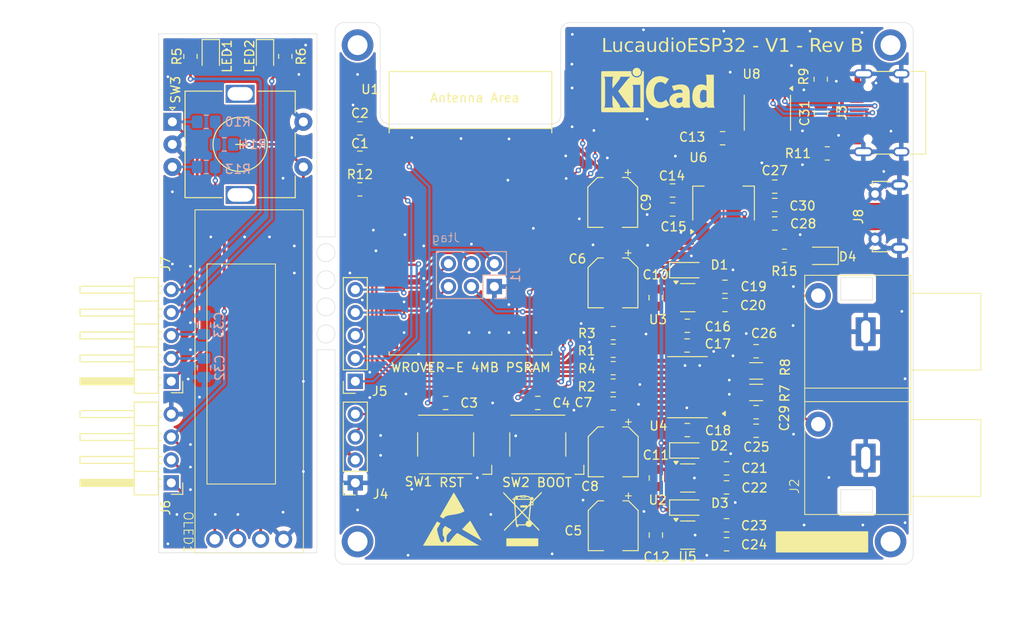
<source format=kicad_pcb>
(kicad_pcb (version 20240108) (generator "pcbnew") (generator_version "8.0")
  (layers (0 "F.Cu" signal) (31 "B.Cu" signal) (34 "B.Paste" user) (35 "F.Paste" user) (36 "B.SilkS" user "B.Silkscreen") (37 "F.SilkS" user "F.Silkscreen") (38 "B.Mask" user) (39 "F.Mask" user) (44 "Edge.Cuts" user))
  (net 0 "")
  (net 1 "GND")
  (net 2 "Net-(U4-VNEG)")
  (net 3 "Net-(U4-CAPM)")
  (net 4 "Net-(U4-CAPP)")
  (net 5 "Net-(J2-IN2)")
  (net 6 "Net-(J2-IN1)")
  (net 8 "Net-(J3-CC2)")
  (net 10 "I2S_WS")
  (net 11 "I2S_DATA")
  (net 12 "Net-(J3-CC1)")
  (net 13 "I2S_CLK")
  (net 14 "Net-(U4-DIN)")
  (net 15 "Net-(U4-XSMT)")
  (net 16 "Net-(U4-BCK)")
  (net 17 "Net-(U4-LRCK)")
  (net 18 "Net-(U4-OUTL)")
  (net 19 "Net-(U4-OUTR)")
  (net 24 "+5V")
  (net 25 "3V3")
  (net 26 "MCU_TX")
  (net 27 "MCU_RX")
  (net 28 "MCU_RST")
  (net 29 "GPIO0")
  (net 30 "3V3_1")
  (net 31 "3V3_2")
  (net 32 "3V3_3")
  (net 33 "GPIO14")
  (net 34 "GPIO13")
  (net 35 "SPI_RST")
  (net 36 "RL1")
  (net 38 "GPIO15")
  (net 39 "SPI_MOSI")
  (net 40 "RGB")
  (net 42 "GPIO12")
  (net 53 "Net-(U8-UD+)")
  (net 54 "Net-(U8-UD-)")
  (net 55 "Net-(LED2-A)")
  (net 56 "ROTARY_A")
  (net 57 "ROTARY_B")
  (net 58 "ROTARY_SW")
  (net 59 "I2C_SDA")
  (net 63 "Net-(LED1-A)")
  (net 64 "ROTARY_A_")
  (net 65 "ROTARY_B_")
  (net 66 "I2C_SCL")
  (net 67 "OLED_SCL")
  (net 68 "OLED_SDA")
  (net 69 "3V3_")
  (net 70 "LED_AMP_")
  (net 71 "ROTARY_SW_")
  (net 72 "LED_PWR_")
  (net 73 "GND_")
  (net 77 "Net-(D4-A)")
  (footprint "Symbol:WEEE-Logo_4.2x6mm_SilkScreen" (layer "F.Cu") (at 123.25 120.9968)
    (property "Reference" "REF**" (hide yes))
    (property "Value" "WEEE-Logo_4.2x6mm_SilkScreen" (hide yes))
  )
  (footprint "Capacitor_SMD:C_0805_2012Metric_Pad1.18x1.45mm_HandSolder" (layer "F.Cu") (at 149.1234 109.1692)
    (property "Reference" "C29")
    (property "Value" "2.2nF")
  )
  (footprint "Connector_USB:USB_Micro-B_Molex-105017-0001" (layer "F.Cu") (at 163.75 87.4968 90)
    (property "Reference" "J8")
    (property "Value" "USB_B_Micro")
  )
  (footprint "Capacitor_SMD:C_0805_2012Metric" (layer "F.Cu") (at 139.8778 86.7156)
    (property "Reference" "C15")
    (property "Value" "100nF")
  )
  (footprint "Capacitor_SMD:C_0805_2012Metric_Pad1.18x1.45mm_HandSolder" (layer "F.Cu") (at 133.2992 108.204 180)
    (property "Reference" "C7")
    (property "Value" "100nF")
  )
  (footprint "Connector_PinSocket_2.54mm:PinSocket_1x04_P2.54mm_Vertical" (layer "F.Cu") (at 104.75 117 180)
    (property "Reference" "J4")
    (property "Value" "Conn_01x04_Socket")
  )
  (footprint "Local_connector:2x RCA" (layer "F.Cu") (at 162 107.25 90)
    (property "Reference" "J2")
    (property "Value" "Conn_Coaxial_x2")
    (fp_rect (start 10.5 -3.5) (end 13 0) (stroke (width 0.05)) (fill none) (layer "Edge.Cuts"))
    (fp_rect (start -13 -3.5) (end -10.5 0) (stroke (width 0.05)) (fill none) (layer "Edge.Cuts"))
  )
  (footprint "Capacitor_SMD:C_0805_2012Metric" (layer "F.Cu") (at 137.9982 96.4805 -90)
    (property "Reference" "C10")
    (property "Value" "1uF")
  )
  (footprint "Capacitor_SMD:C_0805_2012Metric" (layer "F.Cu") (at 151.1808 88.265)
    (property "Reference" "C28")
    (property "Value" "100nF")
  )
  (footprint "Connector_PinSocket_2.54mm:PinSocket_1x05_P2.54mm_Vertical" (layer "F.Cu") (at 104.75 105.7468 180)
    (property "Reference" "J5")
    (property "Value" "Conn_01x05_Socket")
  )
  (footprint "Espressif:ESP32-WROVER-E" (layer "F.Cu") (at 117.5004 87.122)
    (property "Reference" "U1")
    (property "Value" "ESP32-WROVER-E")
  )
  (footprint "Diode_SMD:D_SOD-323_HandSoldering" (layer "F.Cu") (at 141.5542 93.4325)
    (property "Reference" "D1")
    (property "Value" "1N5819WS")
  )
  (footprint "Capacitor_SMD:C_0805_2012Metric" (layer "F.Cu") (at 156.2992 75.9988 90)
    (property "Reference" "C31")
    (property "Value" "100nF")
  )
  (footprint "Package_TO_SOT_SMD:SOT-23-5" (layer "F.Cu") (at 141.5542 122.7836)
    (property "Reference" "U5")
    (property "Value" "LP5907MFX-3.3")
  )
  (footprint "Resistor_SMD:R_0805_2012Metric_Pad1.20x1.40mm_HandSolder" (layer "F.Cu") (at 156.2695 72.2797 -90)
    (property "Reference" "R9")
    (property "Value" "5.1k")
  )
  (footprint "Capacitor_SMD:C_0805_2012Metric_Pad1.18x1.45mm_HandSolder" (layer "F.Cu") (at 105.2576 77.724 180)
    (property "Reference" "C2")
    (property "Value" "100nF")
  )
  (footprint "Package_TO_SOT_SMD:SOT-223-3_TabPin2" (layer "F.Cu") (at 145.5166 86.0298 90)
    (property "Reference" "U6")
    (property "Value" "TLV1117-33")
  )
  (footprint "Capacitor_SMD:C_0805_2012Metric" (layer "F.Cu") (at 145.8468 121.7)
    (property "Reference" "C23")
    (property "Value" "100nF")
  )
  (footprint "Capacitor_SMD:C_0805_2012Metric_Pad1.18x1.45mm_HandSolder" (layer "F.Cu") (at 149.1234 102.4128 180)
    (property "Reference" "C26")
    (property "Value" "2.2nF")
  )
  (footprint "Capacitor_SMD:CP_Elec_5x4.5" (layer "F.Cu") (at 133.2738 94.8436 -90)
    (property "Reference" "C6")
    (property "Value" "10uF")
  )
  (footprint "Capacitor_SMD:C_0805_2012Metric" (layer "F.Cu") (at 145.669 95.2754)
    (property "Reference" "C19")
    (property "Value" "100nF")
  )
  (footprint "MountingHole:MountingHole_2.2mm_M2_ISO7380_Pad" (layer "F.Cu") (at 105 123.5)
    (property "Reference" "REF**" (hide yes))
    (property "Value" "MountingHole_2.2mm_M2_ISO7380_Pad")
  )
  (footprint "Capacitor_SMD:C_0805_2012Metric" (layer "F.Cu") (at 124.95 108.1468)
    (property "Reference" "C4")
    (property "Value" "100nF")
  )
  (footprint "Resistor_SMD:R_0805_2012Metric_Pad1.20x1.40mm_HandSolder" (layer "F.Cu") (at 105.2576 84.4804)
    (property "Reference" "R12")
    (property "Value" "10K")
  )
  (footprint "Resistor_SMD:R_1206_3216Metric_Pad1.30x1.75mm_HandSolder" (layer "F.Cu") (at 149.1234 104.5972)
    (property "Reference" "R8")
    (property "Value" "470")
  )
  (footprint "Capacitor_SMD:C_0805_2012Metric_Pad1.18x1.45mm_HandSolder" (layer "F.Cu") (at 141.478 101.7778 180)
    (property "Reference" "C17")
    (property "Value" "2.2uF")
  )
  (footprint "Capacitor_SMD:C_0805_2012Metric_Pad1.18x1.45mm_HandSolder" (layer "F.Cu") (at 149.1234 111.2266 180)
    (property "Reference" "C25")
    (property "Value" "2.2uF")
  )
  (footprint "LED_SMD:LED_0805_2012Metric_Pad1.15x1.40mm_HandSolder" (layer "F.Cu") (at 156.35 91.8468 180)
    (property "Reference" "D4")
    (property "Value" "LED")
  )
  (footprint "Capacitor_SMD:CP_Elec_5x4.5" (layer "F.Cu") (at 133.2484 85.9282 -90)
    (property "Reference" "C9")
    (property "Value" "100uF")
  )
  (footprint "LED_SMD:LED_0805_2012Metric_Pad1.15x1.40mm_HandSolder" (layer "F.Cu") (at 94.75 69.75 -90)
    (property "Reference" "LED2")
    (property "Value" "POWER")
  )
  (footprint "Capacitor_SMD:C_0805_2012Metric" (layer "F.Cu") (at 114.75 108.1468)
    (property "Reference" "C3")
    (property "Value" "100nF")
  )
  (footprint "Capacitor_SMD:C_0805_2012Metric" (layer "F.Cu") (at 145.8468 123.8)
    (property "Reference" "C24")
    (property "Value" "1uF")
  )
  (footprint "MountingHole:MountingHole_2.2mm_M2_ISO7380_Pad" (layer "F.Cu") (at 164 123.5)
    (property "Reference" "REF**" (hide yes))
    (property "Value" "MountingHole_2.2mm_M2_ISO7380_Pad")
  )
  (footprint "Capacitor_SMD:C_0805_2012Metric" (layer "F.Cu") (at 151.1808 84.1756)
    (property "Reference" "C27")
    (property "Value" "10uF")
  )
  (footprint "Rotary_Encoder:RotaryEncoder_Alps_EC11E-Switch_Vertical_H20mm" (layer "F.Cu") (at 84.5 77)
    (property "Reference" "SW3")
    (property "Value" "RotaryEncoder_Switch")
  )
  (footprint "Connector_USB:USB_C_Receptacle_G-Switch_GT-USB-7010ASV" (layer "F.Cu") (at 164.1142 75.9968 90)
    (property "Reference" "J3")
    (property "Value" "USB_C_Receptacle_USB2.0_16P")
  )
  (footprint "Connector_PinHeader_2.54mm:PinHeader_1x05_P2.54mm_Horizontal" (layer "F.Cu") (at 84.375 105.75 180)
    (property "Reference" "J7")
    (property "Value" "Conn_01x05_Pin")
  )
  (footprint "Resistor_SMD:R_0805_2012Metric_Pad1.20x1.40mm_HandSolder" (layer "F.Cu") (at 86.5 69.75 -90)
    (property "Reference" "R5")
    (property "Value" "470")
  )
  (footprint "Resistor_SMD:R_0805_2012Metric_Pad1.20x1.40mm_HandSolder" (layer "F.Cu") (at 133.2992 106.2228)
    (property "Reference" "R2")
    (property "Value" "470")
  )
  (footprint "Diode_SMD:D_SOD-323_HandSoldering" (layer "F.Cu") (at 141.5542 119.7356)
    (property "Reference" "D3")
    (property "Value" "1N5819WS")
  )
  (footprint "Package_SO:SOP-8_3.9x4.9mm_P1.27mm" (layer "F.Cu") (at 150.368 75.9968 -90)
    (property "Reference" "U8")
    (property "Value" "CH340N")
  )
  (footprint "Button_Switch_SMD:SW_SPST_Omron_B3FS-100xP" (layer "F.Cu") (at 114.75 112.7468 180)
    (property "Reference" "SW1")
    (property "Value" "SW_Omron_B3FS")
  )
  (footprint "LED_SMD:LED_0805_2012Metric_Pad1.15x1.40mm_HandSolder" (layer "F.Cu") (at 88.75 69.75 -90)
    (property "Reference" "LED1")
    (property "Value" "AMP")
  )
  (footprint "Capacitor_SMD:C_0805_2012Metric" (layer "F.Cu") (at 138.0236 116.459 -90)
    (property "Reference" "C11")
    (property "Value" "1uF")
  )
  (footprint "MountingHole:MountingHole_2.2mm_M2_ISO7380_Pad" (layer "F.Cu") (at 105 68.5)
    (property "Reference" "REF**" (hide yes))
    (property "Value" "MountingHole_2.2mm_M2_ISO7380_Pad")
  )
  (footprint "Resistor_SMD:R_0805_2012Metric_Pad1.20x1.40mm_HandSolder" (layer "F.Cu") (at 97 69.75 -90)
    (property "Reference" "R6")
    (property "Value" "470")
  )
  (footprint "Capacitor_SMD:CP_Elec_5x4.5" (layer "F.Cu") (at 133.2992 121.75 -90)
    (property "Reference" "C5")
    (property "Value" "10uF")
  )
  (footprint "Symbol:KiCad-Logo_5mm_SilkScreen" (layer "F.Cu") (at 138.25 73.9968)
    (property "Reference" "REF**" (hide yes))
    (property "Value" "KiCad-Logo_5mm_SilkScreen" (hide yes))
  )
  (footprint "Capacitor_SMD:C_0805_2012Metric_Pad1.18x1.45mm_HandSolder" (layer "F.Cu") (at 141.5034 111.1504 180)
    (property "Reference" "C18")
    (property "Value" "100nF")
  )
  (footprint "Capacitor_SMD:C_0805_2012Metric" (layer "F.Cu") (at 145.8468 115.3922)
    (property "Reference" "C21")
    (property "Value" "100nF")
  )
  (footprint "Resistor_SMD:R_0805_2012Metric_Pad1.20x1.40mm_HandSolder" (layer "F.Cu") (at 133.2992 102.362)
    (property "Reference" "R1")
    (property "Value" "470")
  )
  (footprint "Capacitor_SMD:CP_Elec_5x4.5" (layer "F.Cu") (at 133.2992 113.5634 -90)
    (property "Reference" "C8")
    (property "Value" "10uF")
  )
  (footprint "Resistor_SMD:R_1206_3216Metric_Pad1.30x1.75mm_HandSolder" (layer "F.Cu") (at 149.1234 106.9848)
    (property "Reference" "R7")
    (property "Value" "470")
  )
  (footprint "Resistor_SMD:R_0805_2012Metric_Pad1.20x1.40mm_HandSolder" (layer "F.Cu") (at 133.2992 104.2924)
    (property "Reference" "R4")
    (property "Value" "470")
  )
  (footprint "Capacitor_SMD:C_0805_2012Metric" (layer "F.Cu") (at 139.8778 84.6074)
    (property "Reference" "C14")
    (property "Value" "10uF")
  )
  (footprint "Package_TO_SOT_SMD:SOT-23-5" (layer "F.Cu") (at 141.5542 96.4805)
    (property "Reference" "U3")
    (property "Value" "LP5907MFX-3.3")
  )
  (footprint "Connector_PinHeader_2.54mm:PinHeader_1x04_P2.54mm_Horizontal" (layer "F.Cu") (at 84.375 117 180)
    (property "Reference" "J6")
    (property "Value" "Conn_01x04_Pin")
  )
  (footprint "Capacitor_SMD:C_0805_2012Metric" (layer "F.Cu") (at 151.1808 86.2076)
    (property "Reference" "C30")
    (property "Value" "100nF")
  )
  (footprint "Capacitor_SMD:C_0805_2012Metric_Pad1.18x1.45mm_HandSolder" (layer "F.Cu") (at 105.2576 80.9752 180)
    (property "Reference" "C1")
    (property "Value" "4.7uF")
  )
  (footprint "Resistor_SMD:R_0805_2012Metric_Pad1.20x1.40mm_HandSolder" (layer "F.Cu") (at 157 80.5 180)
    (property "Reference" "R11")
    (property "Value" "5.1k")
  )
  (footprint "Button_Switch_SMD:SW_SPST_Omron_B3FS-100xP" (layer "F.Cu") (at 124.95 112.7468 180)
    (property "Reference" "SW2")
    (property "Value" "SW_Omron_B3FS")
  )
  (footprint "Capacitor_SMD:C_0805_2012Metric" (layer "F.Cu") (at 138.0236 122.7836 -90)
    (property "Reference" "C12")
    (property "Value" "1uF")
  )
  (footprint "Resistor_SMD:R_0805_2012Metric_Pad1.20x1.40mm_HandSolder" (layer "F.Cu") (at 133.2992 100.4062)
    (property "Reference" "R3")
    (property "Value" "470")
  )
  (footprint "Symbol:ESD-Logo_6.6x6mm_SilkScreen" (layer "F.Cu") (at 115.5 120.9968)
    (property "Reference" "REF**" (hide yes))
    (property "Value" "ESD-Logo_6.6x6mm_SilkScreen" (hide yes))
  )
  (footprint "Capacitor_SMD:C_0805_2012Metric_Pad1.18x1.45mm_HandSolder" (layer "F.Cu") (at 141.5034 99.5934 180)
    (property "Reference" "C16")
    (property "Value" "100nF")
  )
  (footprint "Capacitor_SMD:C_0805_2012Metric" (layer "F.Cu") (at 145.669 97.3)
    (property "Reference" "C20")
    (property "Value" "1uF")
  )
  (footprint "Capacitor_SMD:C_0805_2012Metric" (layer "F.Cu") (at 145.8468 117.5004)
    (property "Reference" "C22")
    (property "Value" "1uF")
  )
  (footprint "Capacitor_SMD:C_0805_2012Metric" (layer "F.Cu") (at 145.415 78.8162 180)
    (property "Reference" "C13")
    (property "Value" "100nF")
  )
  (footprint "Diode_SMD:D_SOD-323_HandSoldering" (layer "F.Cu") (at 141.5542 113.411)
    (property "Reference" "D2")
    (property "Value" "1N5819WS")
  )
  (footprint "Package_SO:TSSOP-20_4.4x6.5mm_P0.65mm" (layer "F.Cu") (at 141.5191 106.4006 180)
    (property "Reference" "U4")
    (property "Value" "PCM5100")
  )
  (footprint "Resistor_SMD:R_0805_2012Metric_Pad1.20x1.40mm_HandSolder" (layer "F.Cu") (at 152.25 91.8468 180)
    (property "Reference" "R15")
    (property "Value" "470")
  )
  (footprint "MountingHole:MountingHole_2.2mm_M2_ISO7380_Pad" (layer "F.Cu") (at 164 68.5)
    (property "Reference" "REF**" (hide yes))
    (property "Value" "MountingHole_2.2mm_M2_ISO7380_Pad")
  )
  (footprint "local_lbr:OLED_128_32" (layer "F.Cu") (at 99 124.75 90)
    (property "Reference" "OLED1")
    (property "Value" "~")
  )
  (footprint "Package_TO_SOT_SMD:SOT-23-5" (layer "F.Cu") (at 141.5542 116.459)
    (property "Reference" "U2")
    (property "Value" "LP5907MFX-3.3")
  )
  (footprint "Resistor_SMD:R_0805_2012Metric_Pad1.20x1.40mm_HandSolder" (layer "B.Cu") (at 90.25 79.5 180)
    (property "Reference" "R14")
    (property "Value" "10K")
  )
  (footprint "Resistor_SMD:R_0805_2012Metric_Pad1.20x1.40mm_HandSolder" (layer "B.Cu") (at 88.25 77 180)
    (property "Reference" "R10")
    (property "Value" "10K")
  )
  (footprint "Connector_PinHeader_2.54mm:PinHeader_2x03_P2.54mm_Vertical" (layer "B.Cu") (at 120.142 95.25 90)
    (property "Reference" "J1")
    (property "Value" "jtag")
  )
  (footprint "Capacitor_SMD:C_0805_2012Metric_Pad1.18x1.45mm_HandSolder" (layer "B.Cu") (at 88 99.5 90)
    (property "Reference" "C33")
    (property "Value" "470nF")
  )
  (footprint "Resistor_SMD:R_0805_2012Metric_Pad1.20x1.40mm_HandSolder" (layer "B.Cu") (at 88.25 82)
    (property "Reference" "R13")
    (property "Value" "10K")
  )
  (footprint "Capacitor_SMD:C_0805_2012Metric_Pad1.18x1.45mm_HandSolder" (layer "B.Cu") (at 88 104.25 -90)
    (property "Reference" "C32")
    (property "Value" "470nF")
  )
  (gr_rect (start 151.3507 122.4132) (end 161.4757 124.6632) (stroke (width 0.1)) (fill solid) (layer "F.SilkS"))
  (gr_line (start 83 67.25) (end 83 124.75) (stroke (width 0.05)) (layer "Edge.Cuts"))
  (gr_line (start 103.5 66) (end 106.5 66) (stroke (width 0.05)) (layer "Edge.Cuts"))
  (gr_circle (center 101.5 91.5) (end 101.5 90.5) (stroke (width 0.05)) (fill none) (layer "Edge.Cuts"))
  (gr_line (start 83 124.75) (end 100.5 124.75) (stroke (width 0.05)) (layer "Edge.Cuts"))
  (gr_arc (start 103.5 126) (mid 102.792893 125.707107) (end 102.5 125) (stroke (width 0.05)) (layer "Edge.Cuts"))
  (gr_line (start 102.5 89.75) (end 102.5 67) (stroke (width 0.05)) (layer "Edge.Cuts"))
  (gr_line (start 102.5 102.25) (end 102.5 125) (stroke (width 0.05)) (layer "Edge.Cuts"))
  (gr_line (start 100.5 67.25) (end 83 67.25) (stroke (width 0.05)) (layer "Edge.Cuts"))
  (gr_line (start 128.5 66) (end 165.5 66) (stroke (width 0.05)) (layer "Edge.Cuts"))
  (gr_arc (start 102.5 67) (mid 102.792893 66.292893) (end 103.5 66) (stroke (width 0.05)) (layer "Edge.Cuts"))
  (gr_line (start 108.5 77.239693) (end 126.5 77.239693) (stroke (width 0.05)) (layer "Edge.Cuts"))
  (gr_circle (center 101.5 100.5) (end 101.5 99.5) (stroke (width 0.05)) (fill none) (layer "Edge.Cuts"))
  (gr_arc (start 106.5 66) (mid 107.207107 66.292893) (end 107.5 67) (stroke (width 0.05)) (layer "Edge.Cuts"))
  (gr_line (start 100.5 102.25) (end 102.5 102.25) (stroke (width 0.05)) (layer "Edge.Cuts"))
  (gr_line (start 107.5 67) (end 107.5 76.239694) (stroke (width 0.05)) (layer "Edge.Cuts"))
  (gr_line (start 100.5 89.75) (end 100.5 67.25) (stroke (width 0.05)) (layer "Edge.Cuts"))
  (gr_line (start 165.5 126) (end 103.5 126) (stroke (width 0.05)) (layer "Edge.Cuts"))
  (gr_arc (start 108.5 77.239694) (mid 107.792896 76.9468) (end 107.5 76.239694) (stroke (width 0.05)) (layer "Edge.Cuts"))
  (gr_arc (start 127.5 67) (mid 127.792893 66.292893) (end 128.5 66) (stroke (width 0.05)) (layer "Edge.Cuts"))
  (gr_line (start 127.5 76.239693) (end 127.5 67) (stroke (width 0.05)) (layer "Edge.Cuts"))
  (gr_arc (start 127.5 76.239693) (mid 127.207107 76.9468) (end 126.5 77.239693) (stroke (width 0.05)) (layer "Edge.Cuts"))
  (gr_circle (center 101.5 94.5) (end 101.5 93.5) (stroke (width 0.05)) (fill none) (layer "Edge.Cuts"))
  (gr_circle (center 101.5 97.5) (end 101.5 96.5) (stroke (width 0.05)) (fill none) (layer "Edge.Cuts"))
  (gr_arc (start 165.5 66) (mid 166.207107 66.292893) (end 166.5 67) (stroke (width 0.05)) (layer "Edge.Cuts"))
  (gr_line (start 102.5 89.75) (end 100.5 89.75) (stroke (width 0.05)) (layer "Edge.Cuts"))
  (gr_line (start 100.5 124.75) (end 100.5 102.25) (stroke (width 0.05)) (layer "Edge.Cuts"))
  (gr_arc (start 166.5 125) (mid 166.207107 125.707107) (end 165.5 126) (stroke (width 0.05)) (layer "Edge.Cuts"))
  (gr_line (start 166.5 67) (end 166.5 125) (stroke (width 0.05)) (layer "Edge.Cuts"))
  (gr_text "Jtag" (at 116.410929 90.414871 0) (layer "B.SilkS") (effects (font (size 1 1) (thickness 0.1)) (justify left bottom mirror)))
  (gr_text "BOOT" (at 124.75 117.5468 0) (layer "F.SilkS") (effects (font (size 1 1)) (justify left bottom)))
  (gr_text "WROVER-E 4MB PSRAM" (at 108.6 104.8 0) (layer "F.SilkS") (effects (font (size 1 1)) (justify left bottom)))
  (gr_text "RST" (at 113.95 117.5468 0) (layer "F.SilkS") (effects (font (size 1 1)) (justify left bottom)))
  (gr_text "LucaudioESP32 - V1 - Rev B" (at 132 69.5 0) (layer "F.SilkS") (effects (font (size 1.5 1.5) (thickness 0.2)) (justify left bottom)))
  (segment (start 126.2504 78.867) (end 125.603 78.867) (width 0.254) (layer "F.Cu") (net 1))
  (segment (start 160.3892 79.1968) (end 158.9432 79.1968) (width 0.254) (layer "F.Cu") (net 1))
  (segment (start 141.6304 97.031701) (end 141.6304 98.4289) (width 0.254) (layer "F.Cu") (net 1))
  (segment (start 138.6566 108.6756) (end 140.219 108.6756) (width 0.254) (layer "F.Cu") (net 1))
  (segment (start 139.8756 104.1256) (end 140 104.25) (width 0.2) (layer "F.Cu") (net 1))
  (segment (start 144.3816 104.1256) (end 143.1337 104.1256) (width 0.254) (layer "F.Cu") (net 1))
  (segment (start 143.1337 104.1256) (end 143.0026 104.1256) (width 0.254) (layer "F.Cu") (net 1))
  (segment (start 137.8756 104.1256) (end 137.25 103.5) (width 0.2) (layer "F.Cu") (net 1))
  (segment (start 138.6566 106.7256) (end 140.279 106.7256) (width 0.254) (layer "F.Cu") (net 1))
  (segment (start 140.4167 96.4805) (end 141.079199 96.4805) (width 0.254) (layer "F.Cu") (net 1))
  (segment (start 144.3816 108.0256) (end 143.0933 108.0256) (width 0.254) (layer "F.Cu") (net 1))
  (segment (start 126.2504 78.867) (end 127.1524 78.867) (width 0.254) (layer "F.Cu") (net 1))
  (segment (start 140.279 106.7256) (end 140.3096 106.7562) (width 0.254) (layer "F.Cu") (net 1))
  (segment (start 127.1524 78.867) (end 127.7366 79.4512) (width 0.254) (layer "F.Cu") (net 1))
  (segment (start 141.079199 96.4805) (end 141.6304 97.031701) (width 0.254) (layer "F.Cu") (net 1))
  (segment (start 143.1337 104.1256) (end 143.1193 104.14) (width 0.254) (layer "F.Cu") (net 1))
  (segment (start 140.219 108.6756) (end 140.4366 108.458) (width 0.254) (layer "F.Cu") (net 1))
  (segment (start 138.6566 104.1256) (end 139.8756 104.1256) (width 0.2) (layer "F.Cu") (net 1))
  (segment (start 143.0933 108.0256) (end 143.0685 108.0008) (width 0.254) (layer "F.Cu") (net 1))
  (segment (start 141.6304 98.4289) (end 140.4659 99.5934) (width 0.254) (layer "F.Cu") (net 1))
  (segment (start 125.603 78.867) (end 124.841 79.629) (width 0.254) (layer "F.Cu") (net 1))
  (segment (start 138.6566 104.1256) (end 137.8756 104.1256) (width 0.2) (layer "F.Cu") (net 1))
  (segment (start 143.0026 104.1256) (end 142.877 104) (width 0.254) (layer "F.Cu") (net 1))
  (via (at 155.0924 66.9544) (size 0.6) (drill 0.3) (layers "F.Cu" "B.Cu") (net 1))
  (via (at 142.877 104) (size 0.6) (drill 0.3) (layers "F.Cu" "B.Cu") (net 1))
  (via (at 160.9344 121.666) (size 0.6) (drill 0.3) (layers "F.Cu" "B.Cu") (net 1))
  (via (at 153.035 70.7644) (size 0.6) (drill 0.3) (layers "F.Cu" "B.Cu") (net 1))
  (via (at 105 71.75) (size 0.6) (drill 0.3) (layers "F.Cu" "B.Cu") (net 1))
  (via (at 106.75 88.9968) (size 0.6) (drill 0.3) (layers "F.Cu" "B.Cu") (net 1))
  (via (at 154 89.5) (size 0.6) (drill 0.3) (layers "F.Cu" "B.Cu") (net 1))
  (via (at 105.75 101.9468) (size 0.6) (drill 0.3) (layers "F.Cu" "B.Cu") (net 1))
  (via (at 153.2636 111.6076) (size 0.6) (drill 0.3) (layers "F.Cu" "B.Cu") (net 1))
  (via (at 131.064 90.6272) (size 0.6) (drill 0.3) (layers "F.Cu" "B.Cu") (net 1))
  (via (at 112.323 96.647) (size 0.6) (drill 0.3) (layers "F.Cu" "B.Cu") (net 1))
  (via (at 116.45 78.85) (size 0.6) (drill 0.3) (layers "F.Cu" "B.Cu") (net 1))
  (via (at 130.6576 101.3968) (size 0.6) (drill 0.3) (layers "F.Cu" "B.Cu") (net 1))
  (via (at 146.304 113.7666) (size 0.6) (drill 0.3) (layers "F.Cu" "B.Cu") (net 1))
  (via (at 149.75 81.5468) (size 0.6) (drill 0.3) (layers "F.Cu" "B.Cu") (net 1))
  (via (at 142.367 122.7836) (size 0.6) (drill 0.3) (layers "F.Cu" "B.Cu") (net 1))
  (via (at 136.7028 120.1674) (size 0.6) (drill 0.3) (layers "F.Cu" "B.Cu") (net 1))
  (via (at 128.778 67.31) (size 0.6) (drill 0.3) (layers "F.Cu" "B.Cu") (net 1))
  (via (at 153.2128 99.568) (size 0.6) (drill 0.3) (layers "F.Cu" "B.Cu") (net 1))
  (via (at 136.652 66.802) (size 0.6) (drill 0.3) (layers "F.Cu" "B.Cu") (net 1))
  (via (at 165.608 105.4608) (size 0.6) (drill 0.3) (layers "F.Cu" "B.Cu") (net 1))
  (via (at 154.25 78) (size 0.6) (drill 0.3) (layers "F.Cu" "B.Cu") (net 1))
  (via (at 137.0584 87.2744) (size 0.6) (drill 0.3) (layers "F.Cu" "B.Cu") (net 1))
  (via (at 164.0462 78.0308) (size 0.6) (drill 0.3) (layers "F.Cu" "B.Cu") (net 1))
  (via (at 158 72.5) (size 0.6) (drill 0.3) (layers "F.Cu" "B.Cu") (net 1))
  (via (at 128.7272 70.612) (size 0.6) (drill 0.3) (layers "F.Cu" "B.Cu") (net 1))
  (via (at 130.9624 103.2256) (size 0.6) (drill 0.3) (layers "F.Cu" "B.Cu") (net 1))
  (via (at 158.25 78.5) (size 0.6) (drill 0.3) (layers "F.Cu" "B.Cu") (net 1))
  (via (at 146.558 93.3958) (size 0.6) (drill 0.3) (layers "F.Cu" "B.Cu") (net 1))
  (via (at 110.5916 125.0188) (size 0.6) (drill 0.3) (layers "F.Cu" "B.Cu") (net 1))
  (via (at 119.75 120.4968) (size 0.6) (drill 0.3) (layers "F.Cu" "B.Cu") (net 1))
  (via (at 118.2624 116.4336) (size 0.6) (drill 0.3) (layers "F.Cu" "B.Cu") (net 1))
  (via (at 140.1826 80.7974) (size 0.6) (drill 0.3) (layers "F.Cu" "B.Cu") (net 1))
  (via (at 105.523 96.7468) (size 0.6) (drill 0.3) (layers "F.Cu" "B.Cu") (net 1))
  (via (at 165.25 98) (size 0.6) (drill 0.3) (layers "F.Cu" "B.Cu") (net 1))
  (via (at 112.323 94.3468) (size 0.6) (drill 0.3) (layers "F.Cu" "B.Cu") (net 1))
  (via (at 142.2908 116.459) (size 0.6) (drill 0.3) (layers "F.Cu" "B.Cu") (net 1))
  (via (at 107.55 111.7468) (size 0.6) (drill 0.3) (layers "F.Cu" "B.Cu") (net 1))
  (via (at 104.15 93.7468) (size 0.6) (drill 0.3) (layers "F.Cu" "B.Cu") (net 1))
  (via (at 165.608 121.412) (size 0.6) (drill 0.3) (layers "F.Cu" "B.Cu") (net 1))
  (via (at 148.0312 100.457) (size 0.6) (drill 0.3) (layers "F.Cu" "B.Cu") (net 1))
  (via (at 128.0414 80.772) (size 0.6) (drill 0.3) (layers "F.Cu" "B.Cu") (net 1))
  (via (at 137.0584 76.7) (size 0.6) (drill 0.3) (layers "F.Cu" "B.Cu") (net 1))
  (via (at 136.1 108.3) (size 0.6) (drill 0.3) (layers "F.Cu" "B.Cu") (net 1))
  (via (at 146.812 119.1768) (size 0.6) (drill 0.3) (layers "F.Cu" "B.Cu") (net 1))
  (via (at 143.6624 125.0188) (size 0.6) (drill 0.3) (layers "F.Cu" "B.Cu") (net 1))
  (via (at 110.25 89.4968) (size 0.6) (drill 0.3) (layers "F.Cu" "B.Cu") (net 1))
  (via (at 107.55 113.9468) (size 0.6) (drill 0.3) (layers "F.Cu" "B.Cu") (net 1))
  (via (at 121.75 97.2468) (size 0.6) (drill 0.3) (layers "F.Cu" "B.Cu") (net 1))
  (via (at 106.35 104.7468) (size 0.6) (drill 0.3) (layers "F.Cu" "B.Cu") (net 1))
  (via (at 124.46 88.7984) (size 0.6) (drill 0.3) (layers "F.Cu" "B.Cu") (net 1))
  (via (at 121.6406 83.4644) (size 0.6) (drill 0.3) (layers "F.Cu" "B.Cu") (net 1))
  (via (at 129.55 87.7468) (size 0.6) (drill 0.3) (layers "F.Cu" "B.Cu") (net 1))
  (via (at 123.4 100.3468) (size 0.6) (drill 0.3) (layers "F.Cu" "B.Cu") (net 1))
  (via (at 106.35 107.5468) (size 0.6) (drill 0.3) (layers "F.Cu" "B.Cu") (net 1))
  (via (at 122.5042 111.7854) (size 0.6) (drill 0.3) (layers "F.Cu" "B.Cu") (net 1))
  (via (at 140.8 89.25) (size 0.6) (drill 0.3) (layers "F.Cu" "B.Cu") (net 1))
  (via (at 111.75 102.7468) (size 0.6) (drill 0.3) (layers "F.Cu" "B.Cu") (net 1))
  (via (at 157.1752 116.4082) (size 0.6) (drill 0.3) (layers "F.Cu" "B.Cu") (net 1))
  (via (at 144.4244 102.4382) (size 0.6) (drill 0.3) (layers "F.Cu" "B.Cu") (net 1))
  (via (at 145.542 66.9544) (size 0.6) (drill 0.3) (layers "F.Cu" "B.Cu") (net 1))
  (via (at 129.964 118.908) (size 0.6) (drill 0.3) (layers "F.Cu" "B.Cu") (net 1))
  (via (at 146.1516 107.188) (size 0.6) (drill 0.3) (layers "F.Cu" "B.Cu") (net 1))
  (via (at 124.75 100.3468) (size 0.6) (drill 0.3) (layers "F.Cu" "B.Cu") (net 1))
  (via (at 104.4956 75.1332) (size 0.6) (drill 0.3) (layers "F.Cu" "B.Cu") (net 1))
  (via (at 146.558 102.9208) (size 0.6) (drill 0.3) (layers "F.Cu" "B.Cu") (net 1))
  (via (at 153.25 95.25) (size 0.6) (drill 0.3) (layers "F.Cu" "B.Cu") (net 1))
  (via (at 129.75 99.3468) (size 0.6) (drill 0.3) (layers "F.Cu" "B.Cu") (net 1))
  (via (at 110.35 107.1468) (size 0.6) (drill 0.3) (layers "F.Cu" "B.Cu") (net 1))
  (via (at 136.9314 100.5078) (size 0.6) (drill 0.3) (layers "F.Cu" "B.Cu") (net 1))
  (via (at 128.0922 83.277) (size 0.6) (drill 0.3) (layers "F.Cu" "B.Cu") (net 1))
  (via (at 163.25 82.4968) (size 0.6) (drill 0.3) (layers "F.Cu" "B.Cu") (net 1))
  (via (at 146.1516 105.6132) (size 0.6) (drill 0.3) (layers "F.Cu" "B.Cu") (net 1))
  (via (at 107.0356 91.2876) (size 0.6) (drill 0.3) (layers "F.Cu" "B.Cu") (net 1))
  (via (at 154.432 121.666) (size 0.6) (drill 0.3) (layers "F.Cu" "B.Cu") (net 1))
  (via (at 141.4526 108.6866) (size 0.6) (drill 0.3) (layers "F.Cu" "B.Cu") (net 1))
  (via (at 128.75 77.5468) (size 0.6) (drill 0.3) (layers "F.Cu" "B.Cu") (net 1))
  (via (at 111 117.7) (size 0.6) (drill 0.3) (layers "F.Cu" "B.Cu") (net 1))
  (via (at 111 78.75) (size 0.6) (drill 0.3) (layers "F.Cu" "B.Cu") (net 1))
  (via (at 132.65 81) (size 0.6) (drill 0.3) (layers "F.Cu" "B.Cu") (net 1))
  (via (at 131.159557 77.956357) (size 0.6) (drill 0.3) (layers "F.Cu" "B.Cu") (net 1))
  (via (at 141.25 104) (size 0.6) (drill 0.3) (layers "F.Cu" "B.Cu") (net 1))
  (via (at 146.25 71.4968) (size 0.6) (drill 0.3) (layers "F.Cu" "B.Cu") (net 1))
  (via (at 105 120) (size 0.6) (drill 0.3) (layers "F.Cu" "B.Cu") (net 1))
  (via (at 136.25 106.1) (size 0.6) (drill 0.3) (layers "F.Cu" "B.Cu") (net 1))
  (via (at 154.4066 73.4568) (size 0.6) (drill 0.3) (layers "F.Cu" "B.Cu") (net 1))
  (via (at 141.95 91.85) (size 0.6) (drill 0.3) (layers "F.Cu" "B.Cu") (net 1))
  (via (at 160.8328 67.1068) (size 0.6) (drill 0.3) (layers "F.Cu" "B.Cu") (net 1))
  (via (at 121.75 100.3468) (size 0.6) (drill 0.3) (layers "F.Cu" "B.Cu") (net 1))
  (via (at 162.3952 72.6968) (size 0.6) (drill 0.3) (layers "F.Cu" "B.Cu") (net 1))
  (via (at 121.7676 78.8924) (size 0.6) (drill 0.3) (layers "F.Cu" "B.Cu") (net 1))
  (via (at 128.95 108.9468) (size 0.6) (drill 0.3) (layers "F.Cu" "B.Cu") (net 1))
  (via (at 154.25 81.75) (size 0.6) (drill 0.3) (layers "F.Cu" "B.Cu") (net 1))
  (via (at 110.15 96.9468) (size 0.6) (drill 0.3) (layers "F.Cu" "B.Cu") (net 1))
  (via (at 128.75 73.2468) (size 0.6) (drill 0.3) (layers "F.Cu" "B.Cu") (net 1))
  (via (at 137.1092 90.678) (size 0.6) (drill 0.3) (layers "F.Cu" "B.Cu") (net 1))
  (via (at 117.35 100.3468) (size 0.6) (drill 0.3) (layers "F.Cu" "B.Cu") (net 1))
  (via (at 126.5428 124.8664) (size 0.6) (drill 0.3) (layers "F.Cu" "B.Cu") (net 1))
  (via (at 110.15 100.3468) (size 0.6) (drill 0.3) (layers "F.Cu" "B.Cu") (net 1))
  (via (at 119.95 108.1468) (size 0.6) (drill 0.3) (layers "F.Cu" "B.Cu") (net 1))
  (via (at 112.323 90.7468) (size 0.6) (drill 0.3) (layers "F.Cu" "B.Cu") (net 1))
  (via (at 119.592 100.3468) (size 0.6) (drill 0.3) (layers "F.Cu" "B.Cu") (net 1))
  (via (at 117.602 90.551) (size 0.6) (drill 0.3) (layers "F.Cu" "B.Cu") (net 1))
  (segment (start 142.25 102.0433) (end 142.25 105.28814) (width 0.254) (layer "F.Cu") (net 2))
  (segment (start 143.68746 106.7256) (end 144.3816 106.7256) (width 0.254) (layer "F.Cu") (net 2))
  (segment (start 142.25 105.28814) (end 143.68746 106.7256) (width 0.254) (layer "F.Cu") (net 2))
  (segment (start 142.5155 101.7778) (end 142.25 102.0433) (width 0.254) (layer "F.Cu") (net 2))
  (segment (start 147.1714 109.353448) (end 147.1714 110.7478) (width 0.254) (layer "F.Cu") (net 3))
  (segment (start 147.6502 111.2266) (end 148.0859 111.2266) (width 0.254) (layer "F.Cu") (net 3))
  (segment (start 147.1714 110.7478) (end 147.6502 111.2266) (width 0.254) (layer "F.Cu") (net 3))
  (segment (start 144.3816 107.3756) (end 145.193552 107.3756) (width 0.254) (layer "F.Cu") (net 3))
  (segment (start 145.193552 107.3756) (end 147.1714 109.353448) (width 0.254) (layer "F.Cu") (net 3))
  (segment (start 150.1609 111.2266) (end 148.9671 112.4204) (width 0.254) (layer "F.Cu") (net 4))
  (segment (start 146.7104 109.5502) (end 145.8358 108.6756) (width 0.254) (layer "F.Cu") (net 4))
  (segment (start 145.8358 108.6756) (end 144.3816 108.6756) (width 0.254) (layer "F.Cu") (net 4))
  (segment (start 148.9671 112.4204) (end 147.574 112.4204) (width 0.254) (layer "F.Cu") (net 4))
  (segment (start 146.7104 111.5568) (end 146.7104 109.5502) (width 0.254) (layer "F.Cu") (net 4))
  (segment (start 147.574 112.4204) (end 146.7104 111.5568) (width 0.254) (layer "F.Cu") (net 4))
  (segment (start 155.2294 110.5) (end 152.908 108.1786) (width 0.254) (layer "F.Cu") (net 5))
  (segment (start 150.6734 102.9253) (end 150.1609 102.4128) (width 0.254) (layer "F.Cu") (net 5))
  (segment (start 150.6734 104.5972) (end 150.6734 102.9253) (width 0.254) (layer "F.Cu") (net 5))
  (segment (start 152.908 106.8318) (end 150.6734 104.5972) (width 0.254) (layer "F.Cu") (net 5))
  (segment (start 156 110.5) (end 155.2294 110.5) (width 0.254) (layer "F.Cu") (net 5))
  (segment (start 152.908 108.1786) (end 152.908 106.8318) (width 0.254) (layer "F.Cu") (net 5))
  (segment (start 150.2703 106.9848) (end 150.6734 106.9848) (width 0.254) (layer "F.Cu") (net 6))
  (segment (start 150.6734 106.9848) (end 149.1234 105.4348) (width 0.254) (layer "F.Cu") (net 6))
  (segment (start 150.1609 107.4973) (end 150.6734 106.9848) (width 0.254) (layer "F.Cu") (net 6))
  (segment (start 149.1234 101.5672) (end 154.4406 96.25) (width 0.254) (layer "F.Cu") (net 6))
  (segment (start 154.4406 96.25) (end 156 96.25) (width 0.254) (layer "F.Cu") (net 6))
  (segment (start 149.1234 105.4348) (end 149.1234 101.5672) (width 0.254) (layer "F.Cu") (net 6))
  (segment (start 148.0859 109.1692) (end 150.2703 106.9848) (width 0.254) (layer "F.Cu") (net 6))
  (segment (start 162.1152 74.2468) (end 163.0222 73.3398) (width 0.254) (layer "F.Cu") (net 8))
  (segment (start 157.0388 70.5104) (end 156.2695 71.2797) (width 0.254) (layer "F.Cu") (net 8))
  (segment (start 163.0222 73.3398) (end 163.0222 71.5822) (width 0.254) (layer "F.Cu") (net 8))
  (segment (start 161.9504 70.5104) (end 157.0388 70.5104) (width 0.254) (layer "F.Cu") (net 8))
  (segment (start 160.3892 74.2468) (end 162.1152 74.2468) (width 0.254) (layer "F.Cu") (net 8))
  (segment (start 163.0222 71.5822) (end 161.9504 70.5104) (width 0.254) (layer "F.Cu") (net 8))
  (segment (start 106.6324 103.5844) (end 106.6324 91.771112) (width 0.254) (layer "F.Cu") (net 10))
  (segment (start 106.4086 91.547312) (end 106.4086 90.8478) (width 0.254) (layer "F.Cu") (net 10))
  (segment (start 106.4086 90.8478) (end 106.9594 90.297) (width 0.254) (layer "F.Cu") (net 10))
  (segment (start 131.318 104.2924) (end 130.4544 105.156) (width 0.254) (layer "F.Cu") (net 10))
  (segment (start 106.9594 90.297) (end 108.7504 90.297) (width 0.254) (layer "F.Cu") (net 10))
  (segment (start 106.6324 91.771112) (end 106.4086 91.547312) (width 0.254) (layer "F.Cu") (net 10))
  (segment (start 132.2992 104.2924) (end 131.318 104.2924) (width 0.254) (layer "F.Cu") (net 10))
  (segment (start 108.204 105.156) (end 106.6324 103.5844) (width 0.254) (layer "F.Cu") (net 10))
  (segment (start 130.4544 105.156) (end 108.204 105.156) (width 0.254) (layer "F.Cu") (net 10))
  (segment (start 124.8918 81.407) (end 126.2504 81.407) (width 0.254) (layer "F.Cu") (net 11))
  (segment (start 127.8128 103.2256) (end 124.8918 103.2256) (width 0.254) (layer "F.Cu") (net 11))
  (segment (start 124.8918 103.2256) (end 122.65 100.9838) (width 0.254) (layer "F.Cu") (net 11))
  (segment (start 122.65 100.9838) (end 122.65 83.6488) (width 0.254) (layer "F.Cu") (net 11))
  (segment (start 133.3246 99.5934) (end 133.0452 99.314) (width 0.254) (layer "F.Cu") (net 11))
  (segment (start 133.0452 99.314) (end 131.7244 99.314) (width 0.254) (layer "F.Cu") (net 11))
  (segment (start 131.7244 99.314) (end 127.8128 103.2256) (width 0.254) (layer "F.Cu") (net 11))
  (segment (start 122.65 83.6488) (end 124.8918 81.407) (width 0.254) (layer "F.Cu") (net 11))
  (segment (start 132.2992 102.362) (end 133.3246 101.3366) (width 0.254) (layer "F.Cu") (net 11))
  (segment (start 133.3246 101.3366) (end 133.3246 99.5934) (width 0.254) (layer "F.Cu") (net 11))
  (segment (start 161.8144 77.2468) (end 163.25 78.6824) (width 0.254) (layer "F.Cu") (net 12))
  (segment (start 163 81.5) (end 159 81.5) (width 0.254) (layer "F.Cu") (net 12))
  (segment (start 159 81.5) (end 158 80.5) (width 0.254) (layer "F.Cu") (net 12))
  (segment (start 163.25 78.6824) (end 163.25 81.25) (width 0.254) (layer "F.Cu") (net 12))
  (segment (start 160.3892 77.2468) (end 161.8144 77.2468) (width 0.254) (layer "F.Cu") (net 12))
  (segment (start 163.25 81.25) (end 163 81.5) (width 0.254) (layer "F.Cu") (net 12))
  (segment (start 128.8288 104.1908) (end 108.566652 104.1908) (width 0.254) (layer "F.Cu") (net 13))
  (segment (start 107.0864 92.2782) (end 107.7976 91.567) (width 0.254) (layer "F.Cu") (net 13))
  (segment (start 132.2992 100.4062) (end 132.2992 100.7204) (width 0.254) (layer "F.Cu") (net 13))
  (segment (start 108.566652 104.1908) (end 107.0864 102.710548) (width 0.254) (layer "F.Cu") (net 13))
  (segment (start 107.0864 102.710548) (end 107.0864 92.2782) (width 0.254) (layer "F.Cu") (net 13))
  (segment (start 107.7976 91.567) (end 108.7504 91.567) (width 0.254) (layer "F.Cu") (net 13))
  (segment (start 132.2992 100.7204) (end 128.8288 104.1908) (width 0.254) (layer "F.Cu") (net 13))
  (segment (start 137.3628 105.4256) (end 138.6566 105.4256) (width 0.254) (layer "F.Cu") (net 14))
  (segment (start 134.2992 102.362) (end 137.3628 105.4256) (width 0.254) (layer "F.Cu") (net 14))
  (segment (start 134.2992 106.2228) (end 135.4328 106.2228) (width 0.254) (layer "F.Cu") (net 15))
  (segment (start 135.4328 106.2228) (end 136.5856 107.3756) (width 0.254) (layer "F.Cu") (net 15))
  (segment (start 136.5856 107.3756) (end 138.6566 107.3756) (width 0.254) (layer "F.Cu") (net 15))
  (segment (start 134.2992 106.2228) (end 134.5526 105.9694) (width 0.3048) (layer "F.Cu") (net 15))
  (segment (start 135.255 100.4062) (end 134.2992 100.4062) (width 0.254) (layer "F.Cu") (net 16))
  (segment (start 138.6566 104.7756) (end 137.426647 104.7756) (width 0.254) (layer "F.Cu") (net 16))
  (segment (start 136.0932 101.2444) (end 135.255 100.4062) (width 0.254) (layer "F.Cu") (net 16))
  (segment (start 136.0932 103.442153) (end 136.0932 101.2444) (width 0.254) (layer "F.Cu") (net 16))
  (segment (start 137.426647 104.7756) (end 136.0932 103.442153) (width 0.254) (layer "F.Cu") (net 16))
  (segment (start 137.1652 106.0756) (end 138.6566 106.0756) (width 0.254) (layer "F.Cu") (net 17))
  (segment (start 135.382 104.2924) (end 137.1652 106.0756) (width 0.254) (layer "F.Cu") (net 17))
  (segment (start 134.2992 104.2924) (end 135.382 104.2924) (width 0.254) (layer "F.Cu") (net 17))
  (segment (start 146.9972 106.4086) (end 145.40874 106.4086) (width 0.254) (layer "F.Cu") (net 18))
  (segment (start 145.07574 106.0756) (end 144.3816 106.0756) (width 0.254) (layer "F.Cu") (net 18))
  (segment (start 145.40874 106.4086) (end 145.07574 106.0756) (width 0.254) (layer "F.Cu") (net 18))
  (segment (start 147.5734 106.9848) (end 146.9972 106.4086) (width 0.254) (layer "F.Cu") (net 18))
  (segment (start 147.2178 104.9528) (end 147.5734 104.5972) (width 0.254) (layer "F.Cu") (net 19))
  (segment (start 145.111151 105.4256) (end 145.583951 104.9528) (width 0.254) (layer "F.Cu") (net 19))
  (segment (start 145.583951 104.9528) (end 147.2178 104.9528) (width 0.254) (layer "F.Cu") (net 19))
  (segment (start 144.3816 105.4256) (end 145.111151 105.4256) (width 0.254) (layer "F.Cu") (net 19))
  (segment (start 150.2308 84.1756) (end 150.2308 86.2076) (width 0.4064) (layer "F.Cu") (net 24))
  (segment (start 158.848 76.9488) (end 156.2992 76.9488) (width 0.4064) (layer "F.Cu") (net 24))
  (segment (start 139.0904 115.509) (end 139.1412 115.5598) (width 0.4064) (layer "F.Cu") (net 24))
  (segment (start 139.2936 121.8336) (end 140.4421 121.8336) (width 0.4064) (layer "F.Cu") (net 24))
  (segment (start 151.384 81.9658) (end 150.2308 83.119) (width 0.4064) (layer "F.Cu") (net 24))
  (segment (start 158.95 77.0508) (end 158.912 77.0128) (width 0.4064) (layer "F.Cu") (net 24))
  (segment (start 147.828 87.1728) (end 147.828 89.1684) (width 0.4064) (layer "F.Cu") (net 24))
  (segment (start 139.2936 121.8336) (end 139.2428 121.8844) (width 0.4064) (layer "F.Cu") (net 24))
  (segment (start 159.3628 73.5158) (end 160.3892 73.5158) (width 0.4064) (layer "F.Cu") (net 24))
  (segment (start 140.3659 113.5235) (end 140.2534 113.411) (width 0.4064) (layer "F.Cu") (net 24))
  (segment (start 138.811 119.9642) (end 140.101 119.9642) (width 0.4064) (layer "F.Cu") (net 24))
  (segment (start 140.4421 119.8481) (end 140.3296 119.7356) (width 0.4064) (layer "F.Cu") (net 24))
  (segment (start 139.1412 116.7892) (end 139.761 117.409) (width 0.4064) (layer "F.Cu") (net 24))
  (segment (start 139.761 117.409) (end 140.4167 117.409) (width 0.4064) (layer "F.Cu") (net 24))
  (segment (start 156.485 77.765) (end 152.2842 81.9658) (width 0.4064) (layer "F.Cu") (net 24))
  (segment (start 137.9982 95.5305) (end 139.2936 95.5305) (width 0.4064) (layer "F.Cu") (net 24))
  (segment (start 150.2308 86.2076) (end 150.2308 88.265) (width 0.4064) (layer "F.Cu") (net 24))
  (segment (start 139.754201 97.4305) (end 140.4167 97.4305) (width 0.4064) (layer "F.Cu") (net 24))
  (segment (start 158.912 77.765) (end 158.95 77.727) (width 0.4064) (layer "F.Cu") (net 24))
  (segment (start 138.6078 112.5982) (end 139.4406 112.5982) (width 0.4064) (layer "F.Cu") (net 24))
  (segment (start 148.2852 90.3224) (end 147.8166 89.8538) (width 0.4064) (layer "F.Cu") (net 24))
  (segment (start 139.2428 121.8844) (end 139.2428 123.222199) (width 0.4064) (layer "F.Cu") (net 24))
  (segment (start 139.754201 123.7336) (end 140.4167 123.7336) (width 0.4064) (layer "F.Cu") (net 24))
  (segment (start 154.6744 90.3224) (end 156.2 88.7968) (width 0.4064) (layer "F.Cu") (net 24))
  (segment (start 139.2936 95.5305) (end 140.4167 95.5305) (width 0.4064) (layer "F.Cu") (net 24))
  (segment (start 149.86 90.3224) (end 154.6744 90.3224) (width 0.4064) (layer "F.Cu") (net 24))
  (segment (start 149.86 90.3224) (end 148.2852 90.3224) (width 0.4064) (layer "F.Cu") (net 24))
  (segment (start 139.4406 112.5982) (end 140.2534 113.411) (width 0.4064) (layer "F.Cu") (net 24))
  (segment (start 159.219 78.3158) (end 158.912 78.0088) (width 0.4064) (layer "F.Cu") (net 24))
  (segment (start 139.0904 95.5305) (end 139.0904 96.766699) (width 0.4064) (layer "F.Cu") (net 24))
  (segment (start 158.95 77.727) (end 158.95 77.0508) (width 0.4064) (layer "F.Cu") (net 24))
  (segment (start 158.912 77.765) (end 156.485 77.765) (width 0.4064) (layer "F.Cu") (net 24))
  (segment (start 140.4421 121.8336) (end 140.4421 119.8481) (width 0.4064) (layer "F.Cu") (net 24))
  (segment (start 158.6198 76.7206) (end 158.6198 74.2588) (width 0.4064) (layer "F.Cu") (net 24))
  (segment (start 150.2308 89.9516) (end 149.86 90.3224) (width 0.4064) (layer "F.Cu") (net 24))
  (segment (start 152.2842 81.9658) (end 151.384 81.9658) (width 0.4064) (layer "F.Cu") (net 24))
  (segment (start 139.0904 115.509) (end 140.3659 115.509) (width 0.4064) (layer "F.Cu") (net 24))
  (segment (start 158.6198 74.2588) (end 159.3628 73.5158) (width 0.4064) (layer "F.Cu") (net 24))
  (segment (start 158.912 77.0128) (end 158.6198 76.7206) (width 0.4064) (layer "F.Cu") (net 24))
  (segment (start 137.9982 94.3356) (end 138.6332 93.7006) (width 0.4064) (layer "F.Cu") (net 24))
  (segment (start 139.1412 115.5598) (end 139.1412 116.7892) (width 0.4064) (layer "F.Cu") (net 24))
  (segment (start 156.2 88.7968) (end 162.2875 88.7968) (width 0.4064) (layer "F.Cu") (net 24))
  (segment (start 147.8166 89.8538) (end 147.8166 89.1798) (width 0.4064) (layer "F.Cu") (net 24))
  (segment (start 139.0904 96.766699) (end 139.754201 97.4305) (width 0.4064) (layer "F.Cu") (net 24))
  (segment (start 140.4167 95.5305) (end 140.4167 93.545) (width 0.4064) (layer "F.Cu") (net 24))
  (segment (start 147.828 89.1684) (end 147.8166 89.1798) (width 0.4064) (layer "F.Cu") (net 24))
  (segment (start 158.912 77.0128) (end 158.848 76.9488) (width 0.4064) (layer "F.Cu") (net 24))
  (segment (start 158.912 78.0088) (end 158.912 77.765) (width 0.4064) (layer "F.Cu") (net 24))
  (segment (start 150.2308 88.265) (end 150.2308 89.9516) (width 0.4064) (layer "F.Cu") (net 24))
  (segment (start 137.9474 115.509) (end 139.0904 115.509) (width 0.4064) (layer "F.Cu") (net 24))
  (segment (start 150.2308 83.119) (end 150.2308 84.1756) (width 0.4064) (layer "F.Cu") (net 24))
  (segment (start 137.9982 95.5305) (end 137.9982 94.3356) (width 0.4064) (layer "F.Cu") (net 24))
  (segment (start 138.0236 121.8336) (end 139.2936 121.8336) (width 0.4064) (layer "F.Cu") (net 24))
  (segment (start 140.101 119.9642) (end 140.3296 119.7356) (width 0.4064) (layer "F.Cu") (net 24))
  (segment (start 140.3659 115.509) (end 140.3659 113.5235) (width 0.4064) (layer "F.Cu") (net 24))
  (segment (start 160.3892 78.3158) (end 159.219 78.3158) (width 0.4064) (layer "F.Cu") (net 24))
  (segment (start 139.2428 123.222199) (end 139.754201 123.7336) (width 0.4064) (layer "F.Cu") (net 24))
  (via (at 138.6078 112.5982) (size 0.6) (drill 0.3) (layers "F.Cu" "B.Cu") (net 24))
  (via (at 147.828 87.1728) (size 0.6) (drill 0.3) (layers "F.Cu" "B.Cu") (net 24))
  (via (at 138.811 119.9642) (size 0.6) (drill 0.3) (layers "F.Cu" "B.Cu") (net 24))
  (via (at 138.6332 93.7006) (size 0.6) (drill 0.3) (layers "F.Cu" "B.Cu") (net 24))
  (segment (start 138.6332 112.5728) (end 138.6078 112.5982) (width 0.4064) (layer "B.Cu") (net 24))
  (segment (start 138.6078 119.761) (end 138.811 119.9642) (width 0.4064) (layer "B.Cu") (net 24))
  (segment (start 138.6332 93.7006) (end 138.6332 112.5728) (width 0.4064) (layer "B.Cu") (net 24))
  (segment (start 145.161 87.1728) (end 147.828 87.1728) (width 0.4064) (layer "B.Cu") (net 24))
  (segment (start 138.6078 112.5982) (end 138.6078 119.761) (width 0.4064) (layer "B.Cu") (net 24))
  (segment (start 138.6332 93.7006) (end 145.161 87.1728) (width 0.4064) (layer "B.Cu") (net 24))
  (segment (start 108.7504 80.137) (end 106.6761 80.137) (width 0.4064) (layer "F.Cu") (net 25))
  (segment (start 104.75 114.46) (end 103.4468 113.1568) (width 0.4064) (layer "F.Cu") (net 25))
  (segment (start 145.5166 82.8798) (end 145.5166 89.1798) (width 0.2) (layer "F.Cu") (net 25))
  (segment (start 104.2576 84.058) (end 106.2951 82.0205) (width 0.3048) (layer "F.Cu") (net 25))
  (segment (start 106.2951 80.9752) (end 106.2951 77.724) (width 0.4064) (layer "F.Cu") (net 25))
  (segment (start 133.2484 83.7282) (end 127.4982 77.978) (width 0.4064) (layer "F.Cu") (net 25))
  (segment (start 146.304 80.5434) (end 147.6248 80.5434) (width 0.4064) (layer "F.Cu") (net 25))
  (segment (start 133.2484 83.7282) (end 134.1276 84.6074) (width 0.4064) (layer "F.Cu") (net 25))
  (segment (start 146.365 80.4824) (end 146.304 80.5434) (width 0.3048) (layer "F.Cu") (net 25))
  (segment (start 152.273 79.9338) (end 152.273 78.6218) (width 0.4064) (layer "F.Cu") (net 25))
  (segment (start 127.4982 77.978) (end 125.2346 77.978) (width 0.4064) (layer "F.Cu") (net 25))
  (segment (start 106.2951 82.0205) (end 106.2951 80.9752) (width 0.3048) (layer "F.Cu") (net 25))
  (segment (start 146.365 78.8162) (end 146.365 80.4824) (width 0.3048) (layer "F.Cu") (net 25))
  (segment (start 138.9278 89.2454) (end 140.716 91.0336) (width 0.4064) (layer "F.Cu") (net 25))
  (segment (start 103.4468 113.1568) (end 103.4468 85.2912) (width 0.4064) (layer "F.Cu") (net 25))
  (segment (start 151.25 91.8468) (end 145.644 91.8468) (width 0.3048) (layer "F.Cu") (net 25))
  (segment (start 138.9278 83.4492) (end 141.8336 80.5434) (width 0.4064) (layer "F.Cu") (net 25))
  (segment (start 138.9278 86.7156) (end 138.9278 89.2454) (width 0.4064) (layer "F.Cu") (net 25))
  (segment (start 147.6248 80.5434) (end 151.6634 80.5434) (width 0.4064) (layer "F.Cu") (net 25))
  (segment (start 119.95 80.137) (end 108.7504 80.137) (width 0.4064) (layer "F.Cu") (net 25))
  (segment (start 106.2951 79.756) (end 106.2951 80.9752) (width 0.4064) (layer "F.Cu") (net 25))
  (segment (start 145.5166 90.3478) (end 145.5166 89.1798) (width 0.4064) (layer "F.Cu") (net 25))
  (segment (start 134.1276 84.6074) (end 138.9278 84.6074) (width 0.4064) (layer "F.Cu") (net 25))
  (segment (start 140.716 91.0336) (end 144.8308 91.0336) (width 0.4064) (layer "F.Cu") (net 25))
  (segment (start 148.463 79.883) (end 148.463 78.6218) (width 0.4064) (layer "F.Cu") (net 25))
  (segment (start 147.6248 80.5434) (end 147.8026 80.5434) (width 0.4064) (layer "F.Cu") (net 25))
  (segment (start 123.0756 80.137) (end 119.95 80.137) (width 0.4064) (layer "F.Cu") (net 25))
  (segment (start 151.6634 80.5434) (end 152.273 79.9338) (width 0.4064) (layer "F.Cu") (net 25))
  (segment (start 108.6742 80.2132) (end 108.7504 80.137) (width 0.4064) (layer "F.Cu") (net 25))
  (segment (start 147.8026 80.5434) (end 148.463 79.883) (width 0.4064) (layer "F.Cu") (net 25))
  (segment (start 103.4468 85.2912) (end 104.2576 84.4804) (width 0.4064) (layer "F.Cu") (net 25))
  (segment (start 138.9278 84.6074) (end 138.9278 86.7156) (width 0.4064) (layer "F.Cu") (net 25))
  (segment (start 138.9278 84.6074) (end 138.9278 83.4492) (width 0.4064) (layer "F.Cu") (net 25))
  (segment (start 106.6761 80.137) (end 106.2951 79.756) (width 0.4064) (layer "F.Cu") (net 25))
  (segment (start 144.8308 91.0336) (end 145.5166 90.3478) (width 0.4064) (layer "F.Cu") (net 25))
  (segment (start 145.644 91.8468) (end 144.8308 91.0336) (width 0.3048) (layer "F.Cu") (net 25))
  (segment (start 141.8336 80.5434) (end 146.304 80.5434) (width 0.4064) (layer "F.Cu") (net 25))
  (segment (start 104.2576 84.4804) (end 104.2576 84.058) (width 0.3048) (layer "F.Cu") (net 25))
  (segment (start 125.2346 77.978) (end 123.0756 80.137) (width 0.4064) (layer "F.Cu") (net 25))
  (segment (start 129.921 78.3082) (end 132.1816 76.0476) (width 0.254) (layer "F.Cu") (net 26))
  (segment (start 129.1336 82.677) (end 126.2504 82.677) (width 0.2) (layer "F.Cu") (net 26))
  (segment (start 129.921 79.4004) (end 129.921 78.3082) (width 0.254) (layer "F.Cu") (net 26))
  (segment (start 132.1816 76.0476) (end 149.7838 76.0476) (width 0.254) (layer "F.Cu") (net 26))
  (segment (start 151.003 77.2668) (end 151.003 78.6218) (width 0.254) (layer "F.Cu") (net 26))
  (segment (start 129.4384 82.3722) (end 129.1336 82.677) (width 0.2) (layer "F.Cu") (net 26))
  (segment (start 149.7838 76.0476) (end 151.003 77.2668) (width 0.254) (layer "F.Cu") (net 26))
  (via (at 129.921 79.4004) (size 0.6) (drill 0.3) (layers "F.Cu" "B.Cu") (net 26))
  (via (at 129.4384 82.3722) (size 0.6) (drill 0.3) (layers "F.Cu" "B.Cu") (net 26))
  (segment (start 129.4384 82.3722) (end 129.921 81.8896) (width 0.2) (layer "B.Cu") (net 26))
  (segment (start 129.921 81.8896) (end 129.921 79.4004) (width 0.2) (layer "B.Cu") (net 26))
  (segment (start 131.302338 79.029062) (end 132.887 77.4444) (width 0.254) (layer "F.Cu") (net 27))
  (segment (start 149.733 77.8256) (end 149.733 78.6218) (width 0.254) (layer "F.Cu") (net 27))
  (segment (start 131.302338 80.787662) (end 131.302338 79.029062) (width 0.254) (layer "F.Cu") (net 27))
  (segment (start 149.3518 77.4444) (end 149.733 77.8256) (width 0.254) (layer "F.Cu") (net 27))
  (segment (start 130.81 82.7278) (end 129.5908 83.947) (width 0.2) (layer "F.Cu") (net 27))
  (segment (start 129.5908 83.947) (end 126.2504 83.947) (width 0.2) (layer "F.Cu") (net 27))
  (segment (start 132.887 77.4444) (end 149.3518 77.4444) (width 0.254) (layer "F.Cu") (net 27))
  (via (at 130.81 82.7278) (size 0.6) (drill 0.3) (layers "F.Cu" "B.Cu") (net 27))
  (via (at 131.302338 80.787662) (size 0.6) (drill 0.3) (layers "F.Cu" "B.Cu") (net 27))
  (segment (start 131.302338 82.235462) (end 131.302338 80.787662) (width 0.2) (layer "B.Cu") (net 27))
  (segment (start 130.81 82.7278) (end 131.302338 82.235462) (width 0.2) (layer "B.Cu") (net 27))
  (segment (start 112.75 108.1468) (end 113.8 108.1468) (width 0.254) (layer "F.Cu") (net 28))
  (segment (start 111.2796 109.9672) (end 110.75 110.4968) (width 0.254) (layer "F.Cu") (net 28))
  (segment (start 110.7186 81.4578) (end 110.6678 81.407) (width 0.254) (layer "F.Cu") (net 28))
  (segment (start 106.2576 84.4804) (end 106.2576 83.265) (width 0.3048) (layer "F.Cu") (net 28))
  (segment (start 106.2576 83.265) (end 108.1156 81.407) (width 0.3048) (layer "F.Cu") (net 28))
  (segment (start 113.8 109.9172) (end 113.75 109.9672) (width 0.254) (layer "F.Cu") (net 28))
  (segment (start 118.75 110.4968) (end 118.2204 109.9672) (width 0.254) (layer "F.Cu") (net 28))
  (segment (start 113.03 109.9672) (end 111.2796 109.9672) (width 0.254) (layer "F.Cu") (net 28))
  (segment (start 113.8 108.1468) (end 113.8 109.9172) (width 0.254) (layer "F.Cu") (net 28))
  (segment (start 118.2204 109.9672) (end 113.75 109.9672) (width 0.254) (layer "F.Cu") (net 28))
  (segment (start 113.75 109.9672) (end 113.03 109.9672) (width 0.254) (layer "F.Cu") (net 28))
  (segment (start 108.1156 81.407) (end 108.7504 81.407) (width 0.3048) (layer "F.Cu") (net 28))
  (segment (start 108.7504 81.407) (end 110.6678 81.407) (width 0.254) (layer "F.Cu") (net 28))
  (segment (start 110.7186 81.9658) (end 110.7186 81.4578) (width 0.254) (layer "F.Cu") (net 28))
  (via (at 110.7186 81.9658) (size 0.6) (drill 0.3) (layers "F.Cu" "B.Cu") (net 28))
  (via (at 112.75 108.1468) (size 0.6) (drill 0.3) (layers "F.Cu" "B.Cu") (net 28))
  (segment (start 120.142 92.71) (end 118.61 91.178) (width 0.254) (layer "B.Cu") (net 28))
  (segment (start 112.958 91.178) (end 112.95 91.186) (width 0.254) (layer "B.Cu") (net 28))
  (segment (start 112.95 91.186) (end 112.95 84.1972) (width 0.254) (layer "B.Cu") (net 28))
  (segment (start 112.95 84.1972) (end 110.7186 81.9658) (width 0.254) (layer "B.Cu") (net 28))
  (segment (start 112.75 108.1468) (end 112.95 107.9468) (width 0.254) (layer "B.Cu") (net 28))
  (segment (start 112.95 107.9468) (end 112.95 91.186) (width 0.254) (layer "B.Cu") (net 28))
  (segment (start 118.61 91.178) (end 112.958 91.178) (width 0.254) (layer "B.Cu") (net 28))
  (segment (start 124 109.8918) (end 123.95 109.9418) (width 0.254) (layer "F.Cu") (net 29))
  (segment (start 128.395 109.9418) (end 123.95 109.9418) (width 0.254) (layer "F.Cu") (net 29))
  (segment (start 121.505 109.9418) (end 120.95 110.4968) (width 0.254) (layer "F.Cu") (net 29))
  (segment (start 128.95 110.4968) (end 128.395 109.9418) (width 0.254) (layer "F.Cu") (net 29))
  (segment (start 123.95 109.9418) (end 123.5539 109.9418) (width 0.254) (layer "F.Cu") (net 29))
  (segment (start 123.4 107.5468) (end 124 108.1468) (width 0.254) (layer "F.Cu") (net 29))
  (segment (start 124.0456 95.885) (end 124.5536 95.377) (width 0.254) (layer "F.Cu") (net 29))
  (segment (start 124.5536 95.377) (end 126.2504 95.377) (width 0.254) (layer "F.Cu") (net 29))
  (segment (start 122.75 107.5468) (end 123.4 107.5468) (width 0.254) (layer "F.Cu") (net 29))
  (segment (start 123.5539 109.9418) (end 121.505 109.9418) (width 0.254) (layer "F.Cu") (net 29))
  (segment (start 124 108.1468) (end 124 109.8918) (width 0.254) (layer "F.Cu") (net 29))
  (via (at 122.75 107.5468) (size 0.6) (drill 0.3) (layers "F.Cu" "B.Cu") (net 29))
  (via (at 124.0456 95.885) (size 0.6) (drill 0.3) (layers "F.Cu" "B.Cu") (net 29))
  (segment (start 124.05 95.8894) (end 124.0456 95.885) (width 0.254) (layer "B.Cu") (net 29))
  (segment (start 124.05 106.2468) (end 124.05 95.8894) (width 0.254) (layer "B.Cu") (net 29))
  (segment (start 122.75 107.5468) (end 124.05 106.2468) (width 0.254) (layer "B.Cu") (net 29))
  (segment (start 144.719 95.2754) (end 144.719 97.3) (width 0.254) (layer "F.Cu") (net 30))
  (segment (start 142.8042 95.418) (end 142.6917 95.5305) (width 0.254) (layer "F.Cu") (net 30))
  (segment (start 145.7452 104.149499) (end 145.7452 99.6188) (width 0.254) (layer "F.Cu") (net 30))
  (segment (start 144.3816 104.7756) (end 145.119099 104.7756) (width 0.254) (layer "F.Cu") (net 30))
  (segment (start 144.4639 95.5305) (end 144.719 95.2754) (width 0.254) (layer "F.Cu") (net 30))
  (segment (start 133.3373 92.5801) (end 141.9518 92.5801) (width 0.3048) (layer "F.Cu") (net 30))
  (segment (start 145.7198 99.5934) (end 145.7198 98.3008) (width 0.254) (layer "F.Cu") (net 30))
  (segment (start 142.8042 93.4325) (end 142.8042 95.418) (width 0.254) (layer "F.Cu") (net 30))
  (segment (start 145.7198 98.3008) (end 144.719 97.3) (width 0.254) (layer "F.Cu") (net 30))
  (segment (start 141.9518 92.5801) (end 142.8042 93.4325) (width 0.3048) (layer "F.Cu") (net 30))
  (segment (start 145.119099 104.7756) (end 145.7452 104.149499) (width 0.254) (layer "F.Cu") (net 30))
  (segment (start 133.2738 92.6436) (end 133.3373 92.5801) (width 0.3048) (layer "F.Cu") (net 30))
  (segment (start 145.7452 99.6188) (end 145.7198 99.5934) (width 0.254) (layer "F.Cu") (net 30))
  (segment (start 142.5409 99.5934) (end 145.7198 99.5934) (width 0.254) (layer "F.Cu") (net 30))
  (segment (start 142.6917 95.5305) (end 144.4639 95.5305) (width 0.254) (layer "F.Cu") (net 30))
  (segment (start 133.2992 111.3634) (end 135.337 109.3256) (width 0.3048) (layer "F.Cu") (net 31))
  (segment (start 134.3367 108.204) (end 134.3367 108.3253) (width 0.3048) (layer "F.Cu") (net 31))
  (segment (start 132.2992 106.2228) (end 132.3555 106.2228) (width 0.3048) (layer "F.Cu") (net 31))
  (segment (start 142.6409 115.509) (end 144.8054 115.509) (width 0.254) (layer "F.Cu") (net 31))
  (segment (start 144.8054 115.509) (end 144.9222 115.3922) (width 0.254) (layer "F.Cu") (net 31))
  (segment (start 144.9222 117.475) (end 144.8968 117.5004) (width 0.254) (layer "F.Cu") (net 31))
  (segment (start 135.337 109.3256) (end 138.6566 109.3256) (width 0.3048) (layer "F.Cu") (net 31))
  (segment (start 141.5034 110.3884) (end 140.4406 109.3256) (width 0.254) (layer "F.Cu") (net 31))
  (segment (start 142.6409 115.509) (end 142.6409 113.5235) (width 0.254) (layer "F.Cu") (net 31))
  (segment (start 144.9222 115.3922) (end 144.9222 117.475) (width 0.254) (layer "F.Cu") (net 31))
  (segment (start 142.7534 113.411) (end 141.5034 112.161) (width 0.254) (layer "F.Cu") (net 31))
  (segment (start 134.3367 108.3253) (end 135.337 109.3256) (width 0.3048) (layer "F.Cu") (net 31))
  (segment (start 141.5034 112.161) (end 141.5034 110.3884) (width 0.254) (layer "F.Cu") (net 31))
  (segment (start 142.6409 113.5235) (end 142.7534 113.411) (width 0.254) (layer "F.Cu") (net 31))
  (segment (start 140.4406 109.3256) (end 138.6566 109.3256) (width 0.254) (layer "F.Cu") (net 31))
  (segment (start 132.3555 106.2228) (end 134.3367 108.204) (width 0.3048) (layer "F.Cu") (net 31))
  (segment (start 142.8296 121.7211) (end 142.7171 121.8336) (width 0.254) (layer "F.Cu") (net 32))
  (segment (start 148.1074 119.4926) (end 147.2 120.4) (width 0.254) (layer "F.Cu") (net 32))
  (segment (start 144.3816 109.3256) (end 145.2412 109.3256) (width 0.254) (layer "F.Cu") (net 32))
  (segment (start 141.6358 118.5418) (end 142.8296 119.7356) (width 0.3048) (layer "F.Cu") (net 32))
  (segment (start 144.3657 109.3256) (end 142.5409 111.1504) (width 0.3048) (layer "F.Cu") (net 32))
  (segment (start 144.3816 109.3256) (end 144.3657 109.3256) (width 0.3048) (layer "F.Cu") (net 32))
  (segment (start 142.8296 119.7356) (end 142.8296 121.7211) (width 0.254) (layer "F.Cu") (net 32))
  (segment (start 144.8164 121.8336) (end 144.95 121.7) (width 0.2) (layer "F.Cu") (net 32))
  (segment (start 144.95 121.7) (end 145.2074 121.7) (width 0.2) (layer "F.Cu") (net 32))
  (segment (start 133.2992 119.55) (end 134.3074 118.5418) (width 0.3048) (layer "F.Cu") (net 32))
  (segment (start 145.2412 109.3256) (end 145.6944 109.7788) (width 0.254) (layer "F.Cu") (net 32))
  (segment (start 146.25 120.4) (end 144.95 121.7) (width 0.254) (layer "F.Cu") (net 32))
  (segment (start 144.95 121.7) (end 144.95 123.8) (width 0.2) (layer "F.Cu") (net 32))
  (segment (start 148.1074 114.2746) (end 148.1074 119.4926) (width 0.254) (layer "F.Cu") (net 32))
  (segment (start 134.3074 118.5418) (end 141.6358 118.5418) (width 0.3048) (layer "F.Cu") (net 32))
  (segment (start 145.6944 111.8616) (end 148.1074 114.2746) (width 0.254) (layer "F.Cu") (net 32))
  (segment (start 145.6944 109.7788) (end 145.6944 111.8616) (width 0.254) (layer "F.Cu") (net 32))
  (segment (start 147.2 120.4) (end 146.25 120.4) (width 0.254) (layer "F.Cu") (net 32))
  (segment (start 142.6917 121.8336) (end 144.8164 121.8336) (width 0.2) (layer "F.Cu") (net 32))
  (segment (start 111.506 94.107) (end 114.08 91.533) (width 0.254) (layer "F.Cu") (net 33))
  (segment (start 116.425 91.533) (end 117.602 92.71) (width 0.254) (layer "F.Cu") (net 33))
  (segment (start 114.08 91.533) (end 116.425 91.533) (width 0.254) (layer "F.Cu") (net 33))
  (segment (start 108.7504 94.107) (end 111.506 94.107) (width 0.254) (layer "F.Cu") (net 33))
  (segment (start 112.395 97.917) (end 115.062 95.25) (width 0.254) (layer "F.Cu") (net 34))
  (segment (start 108.7504 97.917) (end 110.15 97.917) (width 0.254) (layer "F.Cu") (net 34))
  (segment (start 110.15 97.917) (end 112.395 97.917) (width 0.254) (layer "F.Cu") (net 34))
  (segment (start 110.15 98.5198) (end 110.15 97.917) (width 0.254) (layer "F.Cu") (net 34))
  (segment (start 110.123 98.5468) (end 110.15 98.5198) (width 0.254) (layer "F.Cu") (net 34))
  (via (at 110.123 98.5468) (size 0.6) (drill 0.3) (layers "F.Cu" "B.Cu") (net 34))
  (segment (start 104.7532 98.13) (end 109.7062 98.13) (width 0.254) (layer "B.Cu") (net 34))
  (segment (start 104.75 98.1268) (end 104.7532 98.13) (width 0.254) (layer "B.Cu") (net 34))
  (segment (start 109.7062 98.13) (end 110.123 98.5468) (width 0.254) (layer "B.Cu") (net 34))
  (segment (start 125.5 98.05) (end 125.633 97.917) (width 0.254) (layer "F.Cu") (net 38))
  (segment (start 123.277 98.05) (end 125.5 98.05) (width 0.254) (layer "F.Cu") (net 38))
  (segment (start 125.633 97.917) (end 126.2504 97.917) (width 0.254) (layer "F.Cu") (net 38))
  (via (at 123.277 98.05) (size 0.6) (drill 0.3) (layers "F.Cu" "B.Cu") (net 38))
  (segment (start 123.277 98.05) (end 123.2238 97.9968) (width 0.254) (layer "B.Cu") (net 38))
  (segment (start 120.3488 97.9968) (end 117.602 95.25) (width 0.254) (layer "B.Cu") (net 38))
  (segment (start 123.2238 97.9968) (end 120.3488 97.9968) (width 0.254) (layer "B.Cu") (net 38))
  (segment (start 112.395 95.377) (end 115.062 92.71) (width 0.254) (layer "F.Cu") (net 42))
  (segment (start 110.15 95.377) (end 112.395 95.377) (width 0.254) (layer "F.Cu") (net 42))
  (segment (start 108.7504 95.377) (end 110.15 95.377) (width 0.254) (layer "F.Cu") (net 42))
  (segment (start 110.123 95.404) (end 110.15 95.377) (width 0.254) (layer "F.Cu") (net 42))
  (segment (start 110.123 95.9468) (end 110.123 95.404) (width 0.254) (layer "F.Cu") (net 42))
  (via (at 110.123 95.9468) (size 0.6) (drill 0.3) (layers "F.Cu" "B.Cu") (net 42))
  (segment (start 109.7662 95.59) (end 110.123 95.9468) (width 0.254) (layer "B.Cu") (net 42))
  (segment (start 104.75 95.5868) (end 104.7532 95.59) (width 0.254) (layer "B.Cu") (net 42))
  (segment (start 104.7532 95.59) (end 109.7662 95.59) (width 0.254) (layer "B.Cu") (net 42))
  (segment (start 152.2984 73.3972) (end 152.273 73.3718) (width 0.254) (layer "F.Cu") (net 53))
  (segment (start 159.15 75.2468) (end 159.15 76.2468) (width 0.254) (layer "F.Cu") (net 53))
  (segment (start 152.2984 74.7268) (end 152.2984 73.3972) (width 0.254) (layer "F.Cu") (net 53))
  (segment (start 162.2432 75.2468) (end 159.15 75.2468) (width 0.254) (layer "F.Cu") (net 53))
  (segment (start 159.15 76.2468) (end 160.3892 76.2468) (width 0.254) (layer "F.Cu") (net 53))
  (segment (start 162.2552 75.2348) (end 162.2432 75.2468) (width 0.254) (layer "F.Cu") (net 53))
  (via (at 162.2552 75.2348) (size 0.6) (drill 0.3) (layers "F.Cu" "B.Cu") (net 53))
  (via (at 152.2984 74.7268) (size 0.6) (drill 0.3) (layers "F.Cu" "B.Cu") (net 53))
  (segment (start 162.179 75.1586) (end 162.2552 75.2348) (width 0.254) (layer "B.Cu") (net 53))
  (segment (start 152.7302 75.1586) (end 162.179 75.1586) (width 0.254) (layer "B.Cu") (net 53))
  (segment (start 152.2984 74.7268) (end 152.7302 75.1586) (width 0.254) (layer "B.Cu") (net 53))
  (segment (start 161.3362 76.7238) (end 161.3362 76.2508) (width 0.254) (layer "F.Cu") (net 54))
  (segment (start 161.3362 75.9968) (end 162.0012 75.9968) (width 0.254) (layer "F.Cu") (net 54))
  (segment (start 161.3362 75.7698) (end 161.3132 75.7468) (width 0.254) (layer "F.Cu") (net 54))
  (segment (start 150.9903 74.9681) (end 150.9903 73.3845) (width 0.254) (layer "F.Cu") (net 54))
  (segment (start 161.3362 76.2508) (end 161.3362 75.7698) (width 0.254) (layer "F.Cu") (net 54))
  (segment (start 161.3132 75.7468) (end 160.3892 75.7468) (width 0.254) (layer "F.Cu") (net 54))
  (segment (start 161.3362 76.2508) (end 161.3362 75.9968) (width 0.254) (layer "F.Cu") (net 54))
  (segment (start 150.9903 73.3845) (end 151.003 73.3718) (width 0.254) (layer "F.Cu") (net 54))
  (segment (start 160.3892 76.7468) (end 161.3132 76.7468) (width 0.254) (layer "F.Cu") (net 54))
  (segment (start 161.3132 76.7468) (end 161.3362 76.7238) (width 0.254) (layer "F.Cu") (net 54))
  (via (at 150.9903 74.9681) (size 0.6) (drill 0.3) (layers "F.Cu" "B.Cu") (net 54))
  (via (at 162.0012 75.9968) (size 0.6) (drill 0.3) (layers "F.Cu" "B.Cu") (net 54))
  (segment (start 150.9903 74.9681) (end 152.1206 76.0984) (width 0.254) (layer "B.Cu") (net 54))
  (segment (start 161.8996 76.0984) (end 162.0012 75.9968) (width 0.254) (layer "B.Cu") (net 54))
  (segment (start 152.1206 76.0984) (end 161.8996 76.0984) (width 0.254) (layer "B.Cu") (net 54))
  (segment (start 97 68.75) (end 94.975 70.775) (width 0.254) (layer "F.Cu") (net 55))
  (segment (start 94.975 70.775) (end 94.75 70.775) (width 0.254) (layer "F.Cu") (net 55))
  (segment (start 110.0202 85.217) (end 108.7504 85.217) (width 0.254) (layer "F.Cu") (net 56))
  (segment (start 110.55 85.7468) (end 110.0202 85.217) (width 0.254) (layer "F.Cu") (net 56))
  (via (at 110.55 85.7468) (size 0.6) (drill 0.3) (layers "F.Cu" "B.Cu") (net 56))
  (segment (start 110.95 86.1468) (end 110.55 85.7468) (width 0.254) (layer "B.Cu") (net 56))
  (segment (start 104.75 103.2068) (end 104.7532 103.21) (width 0.254) (layer "B.Cu") (net 56))
  (segment (start 108.4868 103.21) (end 110.95 100.7468) (width 0.254) (layer "B.Cu") (net 56))
  (segment (start 110.95 100.7468) (end 110.95 86.1468) (width 0.254) (layer "B.Cu") (net 56))
  (segment (start 104.7532 103.21) (end 108.4868 103.21) (width 0.254) (layer "B.Cu") (net 56))
  (segment (start 106.15 99.2668) (end 106.15 91.930765) (width 0.254) (layer "F.Cu") (net 57))
  (segment (start 106.15 91.930765) (end 105.9546 91.735365) (width 0.254) (layer "F.Cu") (net 57))
  (segment (start 105.9546 88.2788) (end 107.7464 86.487) (width 0.254) (layer "F.Cu") (net 57))
  (segment (start 107.7464 86.487) (end 108.7504 86.487) (width 0.254) (layer "F.Cu") (net 57))
  (segment (start 105.9546 91.735365) (end 105.9546 88.2788) (width 0.254) (layer "F.Cu") (net 57))
  (segment (start 104.75 100.6668) (end 106.15 99.2668) (width 0.254) (layer "F.Cu") (net 57))
  (segment (start 111.6598 92.837) (end 108.7504 92.837) (width 0.254) (layer "F.Cu") (net 58))
  (segment (start 111.75 92.7468) (end 111.6598 92.837) (width 0.254) (layer "F.Cu") (net 58))
  (via (at 111.75 92.7468) (size 0.6) (drill 0.3) (layers "F.Cu" "B.Cu") (net 58))
  (segment (start 106.75 105.7468) (end 104.75 105.7468) (width 0.254) (layer "B.Cu") (net 58))
  (segment (start 111.55 100.9468) (end 106.75 105.7468) (width 0.254) (layer "B.Cu") (net 58))
  (segment (start 111.75 92.7468) (end 111.55 92.9468) (width 0.254) (layer "B.Cu") (net 58))
  (segment (start 111.55 92.9468) (end 111.55 100.9468) (width 0.254) (layer "B.Cu") (net 58))
  (segment (start 109.55 105.7468) (end 127.5138 105.7468) (width 0.254) (layer "F.Cu") (net 59))
  (segment (start 104.75 109.38) (end 105.9168 109.38) (width 0.254) (layer "F.Cu") (net 59))
  (segment (start 128.123444 100.957444) (end 128.123444 89.520244) (width 0.254) (layer "F.Cu") (net 59))
  (segment (start 127.75 102.1468) (end 127.75 101.330888) (width 0.254) (layer "F.Cu") (net 59))
  (segment (start 127.6302 89.027) (end 126.2504 89.027) (width 0.254) (layer "F.Cu") (net 59))
  (segment (start 128.123444 89.520244) (end 127.6302 89.027) (width 0.254) (layer "F.Cu") (net 59))
  (segment (start 127.5138 105.7468) (end 127.55 105.783) (width 0.254) (layer "F.Cu") (net 59))
  (segment (start 127.75 101.330888) (end 128.123444 100.957444) (width 0.254) (layer "F.Cu") (net 59))
  (segment (start 105.9168 109.38) (end 109.55 105.7468) (width 0.254) (layer "F.Cu") (net 59))
  (via (at 127.55 105.783) (size 0.6) (drill 0.3) (layers "F.Cu" "B.Cu") (net 59))
  (via (at 127.75 102.1468) (size 0.6) (drill 0.3) (layers "F.Cu" "B.Cu") (net 59))
  (segment (start 127.75 105.583) (end 127.75 102.1468) (width 0.254) (layer "B.Cu") (net 59))
  (segment (start 127.55 105.783) (end 127.75 105.583) (width 0.254) (layer "B.Cu") (net 59))
  (segment (start 88.525 70.775) (end 88.75 70.775) (width 0.254) (layer "F.Cu") (net 63))
  (segment (start 86.5 68.75) (end 88.525 70.775) (width 0.254) (layer "F.Cu") (net 63))
  (segment (start 84.5 77) (end 87.25 79.75) (width 0.3048) (layer "F.Cu") (net 64))
  (segment (start 87.25 79.75) (end 87.25 100.335) (width 0.3048) (layer "F.Cu") (net 64))
  (segment (start 87.25 100.335) (end 84.375 103.21) (width 0.3048) (layer "F.Cu") (net 64))
  (segment (start 84.4525 103.2875) (end 84.375 103.21) (width 0.3048) (layer "B.Cu") (net 64))
  (segment (start 88 103.2125) (end 84.3775 103.2125) (width 0.3048) (layer "B.Cu") (net 64))
  (segment (start 84.3775 103.2125) (end 84.375 103.21) (width 0.3048) (layer "B.Cu") (net 64))
  (segment (start 84.5 77) (end 87.25 77) (width 0.3048) (layer "B.Cu") (net 64))
  (segment (start 85.5774 83.0774) (end 84.5 82) (width 0.3048) (layer "F.Cu") (net 65))
  (segment (start 84.375 100.67) (end 85.5774 99.4676) (width 0.3048) (layer "F.Cu") (net 65))
  (segment (start 85.5774 99.4676) (end 85.5774 83.0774) (width 0.3048) (layer "F.Cu") (net 65))
  (segment (start 84.5075 100.5375) (end 84.375 100.67) (width 0.3048) (layer "B.Cu") (net 65))
  (segment (start 87.25 82) (end 84.5 82) (width 0.3048) (layer "B.Cu") (net 65))
  (segment (start 88 100.5375) (end 84.5075 100.5375) (width 0.3048) (layer "B.Cu") (net 65))
  (segment (start 128.577444 89.00162) (end 127.332824 87.757) (width 0.254) (layer "F.Cu") (net 66))
  (segment (start 127.290288 106.41) (end 127.227088 106.3468) (width 0.254) (layer "F.Cu") (net 66))
  (segment (start 109.8232 106.3468) (end 104.75 111.42) (width 0.254) (layer "F.Cu") (net 66))
  (segment (start 127.332824 87.757) (end 126.2504 87.757) (width 0.254) (layer "F.Cu") (net 66))
  (segment (start 128.577444 101.574244) (end 128.577444 89.00162) (width 0.254) (layer "F.Cu") (net 66))
  (segment (start 127.227088 106.3468) (end 109.8232 106.3468) (width 0.254) (layer "F.Cu") (net 66))
  (segment (start 128.3681 105.9649) (end 127.923 106.41) (width 0.254) (layer "F.Cu") (net 66))
  (segment (start 127.923 106.41) (end 127.290288 106.41) (width 0.254) (layer "F.Cu") (net 66))
  (segment (start 104.75 111.42) (end 104.75 111.92) (width 0.254) (layer "F.Cu") (net 66))
  (via (at 128.577444 101.574244) (size 0.6) (drill 0.3) (layers "F.Cu" "B.Cu") (net 66))
  (via (at 128.3681 105.9649) (size 0.6) (drill 0.3) (layers "F.Cu" "B.Cu") (net 66))
  (segment (start 128.3681 105.9649) (end 128.55 105.783) (width 0.254) (layer "B.Cu") (net 66))
  (segment (start 128.55 105.783) (end 128.55 101.601688) (width 0.254) (layer "B.Cu") (net 66))
  (segment (start 128.55 101.601688) (end 128.577444 101.574244) (width 0.254) (layer "B.Cu") (net 66))
  (segment (start 91.73 121.815) (end 91.73 123.25) (width 0.3048) (layer "F.Cu") (net 67))
  (segment (start 84.375 114.46) (end 91.73 121.815) (width 0.3048) (layer "F.Cu") (net 67))
  (segment (start 89.19 121.69) (end 89.19 123.25) (width 0.3048) (layer "F.Cu") (net 68))
  (segment (start 84.5 117) (end 89.19 121.69) (width 0.3048) (layer "F.Cu") (net 68))
  (segment (start 84.375 117) (end 84.5 117) (width 0.3048) (layer "F.Cu") (net 68))
  (segment (start 90.25 98) (end 90.25 88.25) (width 0.3048) (layer "F.Cu") (net 69))
  (segment (start 94.27 121.815) (end 94.27 123.25) (width 0.3048) (layer "F.Cu") (net 69))
  (segment (start 90.25 88.25) (end 89.25 87.25) (width 0.3048) (layer "F.Cu") (net 69))
  (segment (start 84.375 111.92) (end 94.27 121.815) (width 0.3048) (layer "F.Cu") (net 69))
  (segment (start 89.25 87.25) (end 89.25 83.5) (width 0.3048) (layer "F.Cu") (net 69))
  (via (at 90.25 98) (size 0.6) (drill 0.3) (layers "F.Cu" "B.Cu") (net 69))
  (via (at 89.25 83.5) (size 0.6) (drill 0.3) (layers "F.Cu" "B.Cu") (net 69))
  (segment (start 89.25 82) (end 89.25 83.5) (width 0.3048) (layer "B.Cu") (net 69))
  (segment (start 89.25 79.5) (end 89.25 77) (width 0.3048) (layer "B.Cu") (net 69))
  (segment (start 90.25 98) (end 90.25 106.045) (width 0.3048) (layer "B.Cu") (net 69))
  (segment (start 89.25 82) (end 89.25 79.5) (width 0.3048) (layer "B.Cu") (net 69))
  (segment (start 90.25 106.045) (end 84.375 111.92) (width 0.3048) (layer "B.Cu") (net 69))
  (segment (start 86.5 72.25) (end 86.5 70.75) (width 0.3048) (layer "F.Cu") (net 70))
  (via (at 86.5 72.25) (size 0.6) (drill 0.3) (layers "F.Cu" "B.Cu") (net 70))
  (segment (start 94.25 87) (end 94.25 72.5) (width 0.3048) (layer "B.Cu") (net 70))
  (segment (start 94 72.25) (end 86.5 72.25) (width 0.3048) (layer "B.Cu") (net 70))
  (segment (start 84.375 95.59) (end 85.66 95.59) (width 0.3048) (layer "B.Cu") (net 70))
  (segment (start 94.25 72.5) (end 94 72.25) (width 0.3048) (layer "B.Cu") (net 70))
  (segment (start 85.66 95.59) (end 94.25 87) (width 0.3048) (layer "B.Cu") (net 70))
  (segment (start 99 82) (end 96.5 79.5) (width 0.3048) (layer "F.Cu") (net 71))
  (segment (start 84.375 105.75) (end 99 91.125) (width 0.3048) (layer "F.Cu") (net 71))
  (segment (start 96.5 79.5) (end 93 79.5) (width 0.3048) (layer "F.Cu") (net 71))
  (segment (start 99 91.125) (end 99 82) (width 0.3048) (layer "F.Cu") (net 71))
  (via (at 93 79.5) (size 0.6) (drill 0.3) (layers "F.Cu" "B.Cu") (net 71))
  (segment (start 93 79.5) (end 91.25 79.5) (width 0.3048) (layer "B.Cu") (net 71))
  (segment (start 84.4125 105.7125) (end 84.375 105.75) (width 0.3048) (layer "B.Cu") (net 71))
  (segment (start 95.5 72.25) (end 97 70.75) (width 0.3048) (layer "F.Cu") (net 72))
  (segment (start 95.5 72.5) (end 95.5 72.25) (width 0.3048) (layer "F.Cu") (net 72))
  (via (at 95.5 72.5) (size 0.6) (drill 0.3) (layers "F.Cu" "B.Cu") (net 72))
  (segment (start 84.375 98.13) (end 85.12 98.13) (width 0.3048) (layer "B.Cu") (net 72))
  (segment (start 95.5 87.75) (end 95.5 72.5) (width 0.3048) (layer "B.Cu") (net 72))
  (segment (start 85.12 98.13) (end 95.5 87.75) (width 0.3048) (layer "B.Cu") (net 72))
  (via (at 98.5 71.75) (size 0.6) (drill 0.3) (layers "F.Cu" "B.Cu") (net 73))
  (via (at 86.5 102.25) (size 0.6) (drill 0.3) (layers "F.Cu" "B.Cu") (net 73))
  (via (at 84.5 84.75) (size 0.6) (drill 0.3) (layers "F.Cu" "B.Cu") (net 73))
  (via (at 91.75 120.5) (size 0.6) (drill 0.3) (layers "F.Cu" "B.Cu") (net 73))
  (via (at 99.25 68.5) (size 0.6) (drill 0.3) (layers "F.Cu" "B.Cu") (net 73))
  (via (at 92.5 89.75) (size 0.6) (drill 0.3) (layers "F.Cu" "B.Cu") (net 73))
  (via (at 99 105.75) (size 0.6) (drill 0.3) (layers "F.Cu" "B.Cu") (net 73))
  (via (at 84.5 92.75) (size 0.6) (drill 0.3) (layers "F.Cu" "B.Cu") (net 73))
  (via (at 86.5 112.75) (size 0.6) (drill 0.3) (layers "F.Cu" "B.Cu") (net 73))
  (via (at 95.25 89.75) (size 0.6) (drill 0.3) (layers "F.Cu" "B.Cu") (net 73))
  (via (at 84 72) (size 0.6) (drill 0.3) (layers "F.Cu" "B.Cu") (net 73))
  (via (at 86.5 99.25) (size 0.6) (drill 0.3) (layers "F.Cu" "B.Cu") (net 73))
  (via (at 86.5 117.75) (size 0.6) (drill 0.3) (layers "F.Cu" "B.Cu") (net 73))
  (via (at 87.5 107.5) (size 0.6) (drill 0.3) (layers "F.Cu" "B.Cu") (net 73))
  (via (at 86.25 105.5) (size 0.6) (drill 0.3) (layers "F.Cu" "B.Cu") (net 73))
  (via (at 85 120.5) (size 0.6) (drill 0.3) (layers "F.Cu" "B.Cu") (net 73))
  (via (at 86.5 93) (size 0.6) (drill 0.3) (layers "F.Cu" "B.Cu") (net 73))
  (via (at 89.25 120.5) (size 0.6) (drill 0.3) (layers "F.Cu" "B.Cu") (net 73))
  (via (at 88.75 89.75) (size 0.6) (drill 0.3) (layers "F.Cu" "B.Cu") (net 73))
  (via (at 96.75 120.25) (size 0.6) (drill 0.3) (layers "F.Cu" "B.Cu") (net 73))
  (via (at 96.75 83.25) (size 0.6) (drill 0.3) (layers "F.Cu" "B.Cu") (net 73))
  (via (at 98 93.75) (size 0.6) (drill 0.3) (layers "F.Cu" "B.Cu") (net 73))
  (via (at 84 123.75) (size 0.6) (drill 0.3) (layers "F.Cu" "B.Cu") (net 73))
  (via (at 99 115.75) (size 0.6) (drill 0.3) (layers "F.Cu" "B.Cu") (net 73))
  (via (at 98 90.75) (size 0.6) (drill 0.3) (layers "F.Cu" "B.Cu") (net 73))
  (via (at 90.5 69) (size 0.6) (drill 0.3) (layers "F.Cu" "B.Cu") (net 73))
  (via (at 86.5 115.25) (size 0.6) (drill 0.3) (layers "F.Cu" "B.Cu") (net 73))
  (segment (start 153.25 91.8468) (end 155.325 91.8468) (width 0.3048) (layer "F.Cu") (net 77))
  (zone (net 1) (net_name "GND") (layers "F&B.Cu") (connect_pads (clearance 0.2032)) (min_thickness 0.254) (fill yes (thermal_gap 0.5) (thermal_bridge_width 0.5))
    (polygon (pts (xy 166 66.5) (xy 128 66.5) (xy 128 71.25) (xy 107 71.25) (xy 107 66.5) (xy 103 66.5) (xy 103 125.5) (xy 166 125.5)))
  )
  (zone (net 73) (net_name "GND_") (layers "F&B.Cu") (priority 1) (connect_pads (clearance 0.2032)) (min_thickness 0.25) (fill yes (thermal_gap 0.5) (thermal_bridge_width 0.5))
    (polygon (pts (xy 83.5 67.75) (xy 100 67.75) (xy 100 124.25) (xy 83.5 124.25)))
  )
)
</source>
